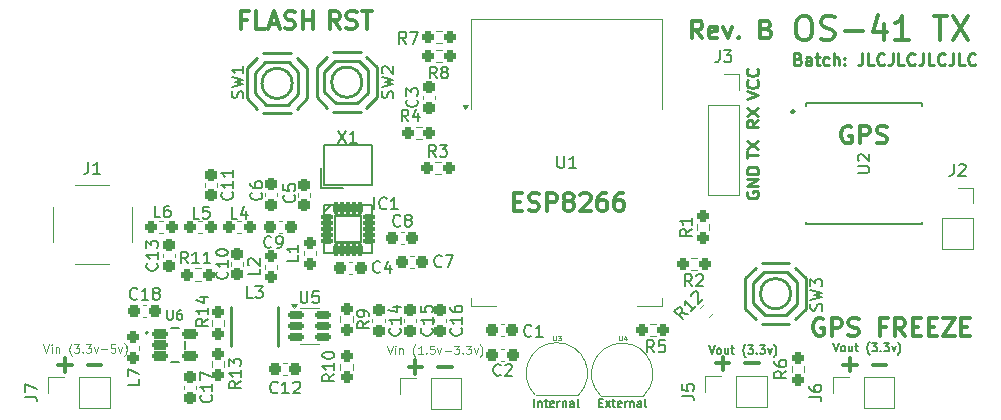
<source format=gbr>
%TF.GenerationSoftware,KiCad,Pcbnew,8.0.5-1.fc40*%
%TF.CreationDate,2024-11-16T16:52:44-05:00*%
%TF.ProjectId,OS-41,4f532d34-312e-46b6-9963-61645f706362,rev?*%
%TF.SameCoordinates,Original*%
%TF.FileFunction,Legend,Top*%
%TF.FilePolarity,Positive*%
%FSLAX46Y46*%
G04 Gerber Fmt 4.6, Leading zero omitted, Abs format (unit mm)*
G04 Created by KiCad (PCBNEW 8.0.5-1.fc40) date 2024-11-16 16:52:44*
%MOMM*%
%LPD*%
G01*
G04 APERTURE LIST*
G04 Aperture macros list*
%AMRoundRect*
0 Rectangle with rounded corners*
0 $1 Rounding radius*
0 $2 $3 $4 $5 $6 $7 $8 $9 X,Y pos of 4 corners*
0 Add a 4 corners polygon primitive as box body*
4,1,4,$2,$3,$4,$5,$6,$7,$8,$9,$2,$3,0*
0 Add four circle primitives for the rounded corners*
1,1,$1+$1,$2,$3*
1,1,$1+$1,$4,$5*
1,1,$1+$1,$6,$7*
1,1,$1+$1,$8,$9*
0 Add four rect primitives between the rounded corners*
20,1,$1+$1,$2,$3,$4,$5,0*
20,1,$1+$1,$4,$5,$6,$7,0*
20,1,$1+$1,$6,$7,$8,$9,0*
20,1,$1+$1,$8,$9,$2,$3,0*%
G04 Aperture macros list end*
%ADD10C,0.300000*%
%ADD11C,0.250000*%
%ADD12C,0.175000*%
%ADD13C,0.087500*%
%ADD14C,0.150000*%
%ADD15C,0.100000*%
%ADD16C,0.120000*%
%ADD17C,0.127000*%
%ADD18C,0.200000*%
%ADD19C,0.170000*%
%ADD20RoundRect,0.237500X-0.250000X-0.237500X0.250000X-0.237500X0.250000X0.237500X-0.250000X0.237500X0*%
%ADD21C,2.050000*%
%ADD22C,2.250000*%
%ADD23R,2.500000X1.000000*%
%ADD24R,1.000000X1.800000*%
%ADD25R,1.700000X1.700000*%
%ADD26O,1.700000X1.700000*%
%ADD27R,1.000000X1.700000*%
%ADD28O,1.770000X0.700000*%
%ADD29RoundRect,0.237500X0.300000X0.237500X-0.300000X0.237500X-0.300000X-0.237500X0.300000X-0.237500X0*%
%ADD30RoundRect,0.237500X-0.008839X-0.344715X0.344715X0.008839X0.008839X0.344715X-0.344715X-0.008839X0*%
%ADD31RoundRect,0.237500X-0.300000X-0.237500X0.300000X-0.237500X0.300000X0.237500X-0.300000X0.237500X0*%
%ADD32C,2.100000*%
%ADD33RoundRect,0.237500X0.237500X-0.300000X0.237500X0.300000X-0.237500X0.300000X-0.237500X-0.300000X0*%
%ADD34RoundRect,0.198500X-0.508500X-0.198500X0.508500X-0.198500X0.508500X0.198500X-0.508500X0.198500X0*%
%ADD35R,1.050000X1.500000*%
%ADD36O,1.050000X1.500000*%
%ADD37RoundRect,0.237500X0.237500X-0.287500X0.237500X0.287500X-0.237500X0.287500X-0.237500X-0.287500X0*%
%ADD38RoundRect,0.237500X-0.237500X0.250000X-0.237500X-0.250000X0.237500X-0.250000X0.237500X0.250000X0*%
%ADD39RoundRect,0.237500X-0.237500X0.300000X-0.237500X-0.300000X0.237500X-0.300000X0.237500X0.300000X0*%
%ADD40RoundRect,0.237500X0.250000X0.237500X-0.250000X0.237500X-0.250000X-0.237500X0.250000X-0.237500X0*%
%ADD41RoundRect,0.102000X-0.380000X-0.140000X0.380000X-0.140000X0.380000X0.140000X-0.380000X0.140000X0*%
%ADD42RoundRect,0.102000X-0.140000X-0.380000X0.140000X-0.380000X0.140000X0.380000X-0.140000X0.380000X0*%
%ADD43RoundRect,0.102000X-1.125000X-1.150000X1.125000X-1.150000X1.125000X1.150000X-1.125000X1.150000X0*%
%ADD44RoundRect,0.237500X0.237500X-0.250000X0.237500X0.250000X-0.237500X0.250000X-0.237500X-0.250000X0*%
%ADD45RoundRect,0.237500X0.287500X0.237500X-0.287500X0.237500X-0.287500X-0.237500X0.287500X-0.237500X0*%
%ADD46R,3.500000X1.750000*%
%ADD47R,1.400000X1.200000*%
%ADD48RoundRect,0.150000X-0.512500X-0.150000X0.512500X-0.150000X0.512500X0.150000X-0.512500X0.150000X0*%
G04 APERTURE END LIST*
D10*
X172554510Y-119229400D02*
X173697368Y-119229400D01*
X170054510Y-119229400D02*
X171197368Y-119229400D01*
X170625939Y-119800828D02*
X170625939Y-118657971D01*
X158111653Y-91600828D02*
X157611653Y-90886542D01*
X157254510Y-91600828D02*
X157254510Y-90100828D01*
X157254510Y-90100828D02*
X157825939Y-90100828D01*
X157825939Y-90100828D02*
X157968796Y-90172257D01*
X157968796Y-90172257D02*
X158040225Y-90243685D01*
X158040225Y-90243685D02*
X158111653Y-90386542D01*
X158111653Y-90386542D02*
X158111653Y-90600828D01*
X158111653Y-90600828D02*
X158040225Y-90743685D01*
X158040225Y-90743685D02*
X157968796Y-90815114D01*
X157968796Y-90815114D02*
X157825939Y-90886542D01*
X157825939Y-90886542D02*
X157254510Y-90886542D01*
X159325939Y-91529400D02*
X159183082Y-91600828D01*
X159183082Y-91600828D02*
X158897368Y-91600828D01*
X158897368Y-91600828D02*
X158754510Y-91529400D01*
X158754510Y-91529400D02*
X158683082Y-91386542D01*
X158683082Y-91386542D02*
X158683082Y-90815114D01*
X158683082Y-90815114D02*
X158754510Y-90672257D01*
X158754510Y-90672257D02*
X158897368Y-90600828D01*
X158897368Y-90600828D02*
X159183082Y-90600828D01*
X159183082Y-90600828D02*
X159325939Y-90672257D01*
X159325939Y-90672257D02*
X159397368Y-90815114D01*
X159397368Y-90815114D02*
X159397368Y-90957971D01*
X159397368Y-90957971D02*
X158683082Y-91100828D01*
X159897367Y-90600828D02*
X160254510Y-91600828D01*
X160254510Y-91600828D02*
X160611653Y-90600828D01*
X161183081Y-91457971D02*
X161254510Y-91529400D01*
X161254510Y-91529400D02*
X161183081Y-91600828D01*
X161183081Y-91600828D02*
X161111653Y-91529400D01*
X161111653Y-91529400D02*
X161183081Y-91457971D01*
X161183081Y-91457971D02*
X161183081Y-91600828D01*
X163540224Y-90815114D02*
X163754510Y-90886542D01*
X163754510Y-90886542D02*
X163825939Y-90957971D01*
X163825939Y-90957971D02*
X163897367Y-91100828D01*
X163897367Y-91100828D02*
X163897367Y-91315114D01*
X163897367Y-91315114D02*
X163825939Y-91457971D01*
X163825939Y-91457971D02*
X163754510Y-91529400D01*
X163754510Y-91529400D02*
X163611653Y-91600828D01*
X163611653Y-91600828D02*
X163040224Y-91600828D01*
X163040224Y-91600828D02*
X163040224Y-90100828D01*
X163040224Y-90100828D02*
X163540224Y-90100828D01*
X163540224Y-90100828D02*
X163683082Y-90172257D01*
X163683082Y-90172257D02*
X163754510Y-90243685D01*
X163754510Y-90243685D02*
X163825939Y-90386542D01*
X163825939Y-90386542D02*
X163825939Y-90529400D01*
X163825939Y-90529400D02*
X163754510Y-90672257D01*
X163754510Y-90672257D02*
X163683082Y-90743685D01*
X163683082Y-90743685D02*
X163540224Y-90815114D01*
X163540224Y-90815114D02*
X163040224Y-90815114D01*
D11*
X162864619Y-98526003D02*
X162388428Y-98859336D01*
X162864619Y-99097431D02*
X161864619Y-99097431D01*
X161864619Y-99097431D02*
X161864619Y-98716479D01*
X161864619Y-98716479D02*
X161912238Y-98621241D01*
X161912238Y-98621241D02*
X161959857Y-98573622D01*
X161959857Y-98573622D02*
X162055095Y-98526003D01*
X162055095Y-98526003D02*
X162197952Y-98526003D01*
X162197952Y-98526003D02*
X162293190Y-98573622D01*
X162293190Y-98573622D02*
X162340809Y-98621241D01*
X162340809Y-98621241D02*
X162388428Y-98716479D01*
X162388428Y-98716479D02*
X162388428Y-99097431D01*
X161864619Y-98192669D02*
X162864619Y-97526003D01*
X161864619Y-97526003D02*
X162864619Y-98192669D01*
D12*
X143881797Y-122805233D02*
X143881797Y-122105233D01*
X144215130Y-122338566D02*
X144215130Y-122805233D01*
X144215130Y-122405233D02*
X144248464Y-122371900D01*
X144248464Y-122371900D02*
X144315130Y-122338566D01*
X144315130Y-122338566D02*
X144415130Y-122338566D01*
X144415130Y-122338566D02*
X144481797Y-122371900D01*
X144481797Y-122371900D02*
X144515130Y-122438566D01*
X144515130Y-122438566D02*
X144515130Y-122805233D01*
X144748463Y-122338566D02*
X145015130Y-122338566D01*
X144848463Y-122105233D02*
X144848463Y-122705233D01*
X144848463Y-122705233D02*
X144881797Y-122771900D01*
X144881797Y-122771900D02*
X144948463Y-122805233D01*
X144948463Y-122805233D02*
X145015130Y-122805233D01*
X145515130Y-122771900D02*
X145448463Y-122805233D01*
X145448463Y-122805233D02*
X145315130Y-122805233D01*
X145315130Y-122805233D02*
X145248463Y-122771900D01*
X145248463Y-122771900D02*
X145215130Y-122705233D01*
X145215130Y-122705233D02*
X145215130Y-122438566D01*
X145215130Y-122438566D02*
X145248463Y-122371900D01*
X145248463Y-122371900D02*
X145315130Y-122338566D01*
X145315130Y-122338566D02*
X145448463Y-122338566D01*
X145448463Y-122338566D02*
X145515130Y-122371900D01*
X145515130Y-122371900D02*
X145548463Y-122438566D01*
X145548463Y-122438566D02*
X145548463Y-122505233D01*
X145548463Y-122505233D02*
X145215130Y-122571900D01*
X145848463Y-122805233D02*
X145848463Y-122338566D01*
X145848463Y-122471900D02*
X145881797Y-122405233D01*
X145881797Y-122405233D02*
X145915130Y-122371900D01*
X145915130Y-122371900D02*
X145981797Y-122338566D01*
X145981797Y-122338566D02*
X146048463Y-122338566D01*
X146281796Y-122338566D02*
X146281796Y-122805233D01*
X146281796Y-122405233D02*
X146315130Y-122371900D01*
X146315130Y-122371900D02*
X146381796Y-122338566D01*
X146381796Y-122338566D02*
X146481796Y-122338566D01*
X146481796Y-122338566D02*
X146548463Y-122371900D01*
X146548463Y-122371900D02*
X146581796Y-122438566D01*
X146581796Y-122438566D02*
X146581796Y-122805233D01*
X147215129Y-122805233D02*
X147215129Y-122438566D01*
X147215129Y-122438566D02*
X147181796Y-122371900D01*
X147181796Y-122371900D02*
X147115129Y-122338566D01*
X147115129Y-122338566D02*
X146981796Y-122338566D01*
X146981796Y-122338566D02*
X146915129Y-122371900D01*
X147215129Y-122771900D02*
X147148463Y-122805233D01*
X147148463Y-122805233D02*
X146981796Y-122805233D01*
X146981796Y-122805233D02*
X146915129Y-122771900D01*
X146915129Y-122771900D02*
X146881796Y-122705233D01*
X146881796Y-122705233D02*
X146881796Y-122638566D01*
X146881796Y-122638566D02*
X146915129Y-122571900D01*
X146915129Y-122571900D02*
X146981796Y-122538566D01*
X146981796Y-122538566D02*
X147148463Y-122538566D01*
X147148463Y-122538566D02*
X147215129Y-122505233D01*
X147648462Y-122805233D02*
X147581796Y-122771900D01*
X147581796Y-122771900D02*
X147548462Y-122705233D01*
X147548462Y-122705233D02*
X147548462Y-122105233D01*
D13*
X131424231Y-117609783D02*
X131657565Y-118309783D01*
X131657565Y-118309783D02*
X131890898Y-117609783D01*
X132124231Y-118309783D02*
X132124231Y-117843116D01*
X132124231Y-117609783D02*
X132090898Y-117643116D01*
X132090898Y-117643116D02*
X132124231Y-117676450D01*
X132124231Y-117676450D02*
X132157565Y-117643116D01*
X132157565Y-117643116D02*
X132124231Y-117609783D01*
X132124231Y-117609783D02*
X132124231Y-117676450D01*
X132457564Y-117843116D02*
X132457564Y-118309783D01*
X132457564Y-117909783D02*
X132490898Y-117876450D01*
X132490898Y-117876450D02*
X132557564Y-117843116D01*
X132557564Y-117843116D02*
X132657564Y-117843116D01*
X132657564Y-117843116D02*
X132724231Y-117876450D01*
X132724231Y-117876450D02*
X132757564Y-117943116D01*
X132757564Y-117943116D02*
X132757564Y-118309783D01*
X133824230Y-118576450D02*
X133790897Y-118543116D01*
X133790897Y-118543116D02*
X133724230Y-118443116D01*
X133724230Y-118443116D02*
X133690897Y-118376450D01*
X133690897Y-118376450D02*
X133657564Y-118276450D01*
X133657564Y-118276450D02*
X133624230Y-118109783D01*
X133624230Y-118109783D02*
X133624230Y-117976450D01*
X133624230Y-117976450D02*
X133657564Y-117809783D01*
X133657564Y-117809783D02*
X133690897Y-117709783D01*
X133690897Y-117709783D02*
X133724230Y-117643116D01*
X133724230Y-117643116D02*
X133790897Y-117543116D01*
X133790897Y-117543116D02*
X133824230Y-117509783D01*
X134457564Y-118309783D02*
X134057564Y-118309783D01*
X134257564Y-118309783D02*
X134257564Y-117609783D01*
X134257564Y-117609783D02*
X134190897Y-117709783D01*
X134190897Y-117709783D02*
X134124231Y-117776450D01*
X134124231Y-117776450D02*
X134057564Y-117809783D01*
X134757564Y-118243116D02*
X134790898Y-118276450D01*
X134790898Y-118276450D02*
X134757564Y-118309783D01*
X134757564Y-118309783D02*
X134724231Y-118276450D01*
X134724231Y-118276450D02*
X134757564Y-118243116D01*
X134757564Y-118243116D02*
X134757564Y-118309783D01*
X135424231Y-117609783D02*
X135090897Y-117609783D01*
X135090897Y-117609783D02*
X135057564Y-117943116D01*
X135057564Y-117943116D02*
X135090897Y-117909783D01*
X135090897Y-117909783D02*
X135157564Y-117876450D01*
X135157564Y-117876450D02*
X135324231Y-117876450D01*
X135324231Y-117876450D02*
X135390897Y-117909783D01*
X135390897Y-117909783D02*
X135424231Y-117943116D01*
X135424231Y-117943116D02*
X135457564Y-118009783D01*
X135457564Y-118009783D02*
X135457564Y-118176450D01*
X135457564Y-118176450D02*
X135424231Y-118243116D01*
X135424231Y-118243116D02*
X135390897Y-118276450D01*
X135390897Y-118276450D02*
X135324231Y-118309783D01*
X135324231Y-118309783D02*
X135157564Y-118309783D01*
X135157564Y-118309783D02*
X135090897Y-118276450D01*
X135090897Y-118276450D02*
X135057564Y-118243116D01*
X135690898Y-117843116D02*
X135857564Y-118309783D01*
X135857564Y-118309783D02*
X136024231Y-117843116D01*
X136290897Y-118043116D02*
X136824231Y-118043116D01*
X137090898Y-117609783D02*
X137524231Y-117609783D01*
X137524231Y-117609783D02*
X137290898Y-117876450D01*
X137290898Y-117876450D02*
X137390898Y-117876450D01*
X137390898Y-117876450D02*
X137457564Y-117909783D01*
X137457564Y-117909783D02*
X137490898Y-117943116D01*
X137490898Y-117943116D02*
X137524231Y-118009783D01*
X137524231Y-118009783D02*
X137524231Y-118176450D01*
X137524231Y-118176450D02*
X137490898Y-118243116D01*
X137490898Y-118243116D02*
X137457564Y-118276450D01*
X137457564Y-118276450D02*
X137390898Y-118309783D01*
X137390898Y-118309783D02*
X137190898Y-118309783D01*
X137190898Y-118309783D02*
X137124231Y-118276450D01*
X137124231Y-118276450D02*
X137090898Y-118243116D01*
X137824231Y-118243116D02*
X137857565Y-118276450D01*
X137857565Y-118276450D02*
X137824231Y-118309783D01*
X137824231Y-118309783D02*
X137790898Y-118276450D01*
X137790898Y-118276450D02*
X137824231Y-118243116D01*
X137824231Y-118243116D02*
X137824231Y-118309783D01*
X138090898Y-117609783D02*
X138524231Y-117609783D01*
X138524231Y-117609783D02*
X138290898Y-117876450D01*
X138290898Y-117876450D02*
X138390898Y-117876450D01*
X138390898Y-117876450D02*
X138457564Y-117909783D01*
X138457564Y-117909783D02*
X138490898Y-117943116D01*
X138490898Y-117943116D02*
X138524231Y-118009783D01*
X138524231Y-118009783D02*
X138524231Y-118176450D01*
X138524231Y-118176450D02*
X138490898Y-118243116D01*
X138490898Y-118243116D02*
X138457564Y-118276450D01*
X138457564Y-118276450D02*
X138390898Y-118309783D01*
X138390898Y-118309783D02*
X138190898Y-118309783D01*
X138190898Y-118309783D02*
X138124231Y-118276450D01*
X138124231Y-118276450D02*
X138090898Y-118243116D01*
X138757565Y-117843116D02*
X138924231Y-118309783D01*
X138924231Y-118309783D02*
X139090898Y-117843116D01*
X139290898Y-118576450D02*
X139324231Y-118543116D01*
X139324231Y-118543116D02*
X139390898Y-118443116D01*
X139390898Y-118443116D02*
X139424231Y-118376450D01*
X139424231Y-118376450D02*
X139457564Y-118276450D01*
X139457564Y-118276450D02*
X139490898Y-118109783D01*
X139490898Y-118109783D02*
X139490898Y-117976450D01*
X139490898Y-117976450D02*
X139457564Y-117809783D01*
X139457564Y-117809783D02*
X139424231Y-117709783D01*
X139424231Y-117709783D02*
X139390898Y-117643116D01*
X139390898Y-117643116D02*
X139324231Y-117543116D01*
X139324231Y-117543116D02*
X139290898Y-117509783D01*
D10*
X119554510Y-90015114D02*
X119054510Y-90015114D01*
X119054510Y-90800828D02*
X119054510Y-89300828D01*
X119054510Y-89300828D02*
X119768796Y-89300828D01*
X121054510Y-90800828D02*
X120340224Y-90800828D01*
X120340224Y-90800828D02*
X120340224Y-89300828D01*
X121483082Y-90372257D02*
X122197368Y-90372257D01*
X121340225Y-90800828D02*
X121840225Y-89300828D01*
X121840225Y-89300828D02*
X122340225Y-90800828D01*
X122768796Y-90729400D02*
X122983082Y-90800828D01*
X122983082Y-90800828D02*
X123340224Y-90800828D01*
X123340224Y-90800828D02*
X123483082Y-90729400D01*
X123483082Y-90729400D02*
X123554510Y-90657971D01*
X123554510Y-90657971D02*
X123625939Y-90515114D01*
X123625939Y-90515114D02*
X123625939Y-90372257D01*
X123625939Y-90372257D02*
X123554510Y-90229400D01*
X123554510Y-90229400D02*
X123483082Y-90157971D01*
X123483082Y-90157971D02*
X123340224Y-90086542D01*
X123340224Y-90086542D02*
X123054510Y-90015114D01*
X123054510Y-90015114D02*
X122911653Y-89943685D01*
X122911653Y-89943685D02*
X122840224Y-89872257D01*
X122840224Y-89872257D02*
X122768796Y-89729400D01*
X122768796Y-89729400D02*
X122768796Y-89586542D01*
X122768796Y-89586542D02*
X122840224Y-89443685D01*
X122840224Y-89443685D02*
X122911653Y-89372257D01*
X122911653Y-89372257D02*
X123054510Y-89300828D01*
X123054510Y-89300828D02*
X123411653Y-89300828D01*
X123411653Y-89300828D02*
X123625939Y-89372257D01*
X124268795Y-90800828D02*
X124268795Y-89300828D01*
X124268795Y-90015114D02*
X125125938Y-90015114D01*
X125125938Y-90800828D02*
X125125938Y-89300828D01*
D12*
X169181797Y-117405233D02*
X169415131Y-118105233D01*
X169415131Y-118105233D02*
X169648464Y-117405233D01*
X169981797Y-118105233D02*
X169915131Y-118071900D01*
X169915131Y-118071900D02*
X169881797Y-118038566D01*
X169881797Y-118038566D02*
X169848464Y-117971900D01*
X169848464Y-117971900D02*
X169848464Y-117771900D01*
X169848464Y-117771900D02*
X169881797Y-117705233D01*
X169881797Y-117705233D02*
X169915131Y-117671900D01*
X169915131Y-117671900D02*
X169981797Y-117638566D01*
X169981797Y-117638566D02*
X170081797Y-117638566D01*
X170081797Y-117638566D02*
X170148464Y-117671900D01*
X170148464Y-117671900D02*
X170181797Y-117705233D01*
X170181797Y-117705233D02*
X170215131Y-117771900D01*
X170215131Y-117771900D02*
X170215131Y-117971900D01*
X170215131Y-117971900D02*
X170181797Y-118038566D01*
X170181797Y-118038566D02*
X170148464Y-118071900D01*
X170148464Y-118071900D02*
X170081797Y-118105233D01*
X170081797Y-118105233D02*
X169981797Y-118105233D01*
X170815130Y-117638566D02*
X170815130Y-118105233D01*
X170515130Y-117638566D02*
X170515130Y-118005233D01*
X170515130Y-118005233D02*
X170548464Y-118071900D01*
X170548464Y-118071900D02*
X170615130Y-118105233D01*
X170615130Y-118105233D02*
X170715130Y-118105233D01*
X170715130Y-118105233D02*
X170781797Y-118071900D01*
X170781797Y-118071900D02*
X170815130Y-118038566D01*
X171048463Y-117638566D02*
X171315130Y-117638566D01*
X171148463Y-117405233D02*
X171148463Y-118005233D01*
X171148463Y-118005233D02*
X171181797Y-118071900D01*
X171181797Y-118071900D02*
X171248463Y-118105233D01*
X171248463Y-118105233D02*
X171315130Y-118105233D01*
X172281796Y-118371900D02*
X172248463Y-118338566D01*
X172248463Y-118338566D02*
X172181796Y-118238566D01*
X172181796Y-118238566D02*
X172148463Y-118171900D01*
X172148463Y-118171900D02*
X172115130Y-118071900D01*
X172115130Y-118071900D02*
X172081796Y-117905233D01*
X172081796Y-117905233D02*
X172081796Y-117771900D01*
X172081796Y-117771900D02*
X172115130Y-117605233D01*
X172115130Y-117605233D02*
X172148463Y-117505233D01*
X172148463Y-117505233D02*
X172181796Y-117438566D01*
X172181796Y-117438566D02*
X172248463Y-117338566D01*
X172248463Y-117338566D02*
X172281796Y-117305233D01*
X172481797Y-117405233D02*
X172915130Y-117405233D01*
X172915130Y-117405233D02*
X172681797Y-117671900D01*
X172681797Y-117671900D02*
X172781797Y-117671900D01*
X172781797Y-117671900D02*
X172848463Y-117705233D01*
X172848463Y-117705233D02*
X172881797Y-117738566D01*
X172881797Y-117738566D02*
X172915130Y-117805233D01*
X172915130Y-117805233D02*
X172915130Y-117971900D01*
X172915130Y-117971900D02*
X172881797Y-118038566D01*
X172881797Y-118038566D02*
X172848463Y-118071900D01*
X172848463Y-118071900D02*
X172781797Y-118105233D01*
X172781797Y-118105233D02*
X172581797Y-118105233D01*
X172581797Y-118105233D02*
X172515130Y-118071900D01*
X172515130Y-118071900D02*
X172481797Y-118038566D01*
X173215130Y-118038566D02*
X173248464Y-118071900D01*
X173248464Y-118071900D02*
X173215130Y-118105233D01*
X173215130Y-118105233D02*
X173181797Y-118071900D01*
X173181797Y-118071900D02*
X173215130Y-118038566D01*
X173215130Y-118038566D02*
X173215130Y-118105233D01*
X173481797Y-117405233D02*
X173915130Y-117405233D01*
X173915130Y-117405233D02*
X173681797Y-117671900D01*
X173681797Y-117671900D02*
X173781797Y-117671900D01*
X173781797Y-117671900D02*
X173848463Y-117705233D01*
X173848463Y-117705233D02*
X173881797Y-117738566D01*
X173881797Y-117738566D02*
X173915130Y-117805233D01*
X173915130Y-117805233D02*
X173915130Y-117971900D01*
X173915130Y-117971900D02*
X173881797Y-118038566D01*
X173881797Y-118038566D02*
X173848463Y-118071900D01*
X173848463Y-118071900D02*
X173781797Y-118105233D01*
X173781797Y-118105233D02*
X173581797Y-118105233D01*
X173581797Y-118105233D02*
X173515130Y-118071900D01*
X173515130Y-118071900D02*
X173481797Y-118038566D01*
X174148464Y-117638566D02*
X174315130Y-118105233D01*
X174315130Y-118105233D02*
X174481797Y-117638566D01*
X174681797Y-118371900D02*
X174715130Y-118338566D01*
X174715130Y-118338566D02*
X174781797Y-118238566D01*
X174781797Y-118238566D02*
X174815130Y-118171900D01*
X174815130Y-118171900D02*
X174848463Y-118071900D01*
X174848463Y-118071900D02*
X174881797Y-117905233D01*
X174881797Y-117905233D02*
X174881797Y-117771900D01*
X174881797Y-117771900D02*
X174848463Y-117605233D01*
X174848463Y-117605233D02*
X174815130Y-117505233D01*
X174815130Y-117505233D02*
X174781797Y-117438566D01*
X174781797Y-117438566D02*
X174715130Y-117338566D01*
X174715130Y-117338566D02*
X174681797Y-117305233D01*
D11*
X161864619Y-96740288D02*
X162864619Y-96406955D01*
X162864619Y-96406955D02*
X161864619Y-96073622D01*
X162769380Y-95168860D02*
X162817000Y-95216479D01*
X162817000Y-95216479D02*
X162864619Y-95359336D01*
X162864619Y-95359336D02*
X162864619Y-95454574D01*
X162864619Y-95454574D02*
X162817000Y-95597431D01*
X162817000Y-95597431D02*
X162721761Y-95692669D01*
X162721761Y-95692669D02*
X162626523Y-95740288D01*
X162626523Y-95740288D02*
X162436047Y-95787907D01*
X162436047Y-95787907D02*
X162293190Y-95787907D01*
X162293190Y-95787907D02*
X162102714Y-95740288D01*
X162102714Y-95740288D02*
X162007476Y-95692669D01*
X162007476Y-95692669D02*
X161912238Y-95597431D01*
X161912238Y-95597431D02*
X161864619Y-95454574D01*
X161864619Y-95454574D02*
X161864619Y-95359336D01*
X161864619Y-95359336D02*
X161912238Y-95216479D01*
X161912238Y-95216479D02*
X161959857Y-95168860D01*
X162769380Y-94168860D02*
X162817000Y-94216479D01*
X162817000Y-94216479D02*
X162864619Y-94359336D01*
X162864619Y-94359336D02*
X162864619Y-94454574D01*
X162864619Y-94454574D02*
X162817000Y-94597431D01*
X162817000Y-94597431D02*
X162721761Y-94692669D01*
X162721761Y-94692669D02*
X162626523Y-94740288D01*
X162626523Y-94740288D02*
X162436047Y-94787907D01*
X162436047Y-94787907D02*
X162293190Y-94787907D01*
X162293190Y-94787907D02*
X162102714Y-94740288D01*
X162102714Y-94740288D02*
X162007476Y-94692669D01*
X162007476Y-94692669D02*
X161912238Y-94597431D01*
X161912238Y-94597431D02*
X161864619Y-94454574D01*
X161864619Y-94454574D02*
X161864619Y-94359336D01*
X161864619Y-94359336D02*
X161912238Y-94216479D01*
X161912238Y-94216479D02*
X161959857Y-94168860D01*
D10*
X159254510Y-119129400D02*
X160397368Y-119129400D01*
X159825939Y-119700828D02*
X159825939Y-118557971D01*
X127411653Y-90800828D02*
X126911653Y-90086542D01*
X126554510Y-90800828D02*
X126554510Y-89300828D01*
X126554510Y-89300828D02*
X127125939Y-89300828D01*
X127125939Y-89300828D02*
X127268796Y-89372257D01*
X127268796Y-89372257D02*
X127340225Y-89443685D01*
X127340225Y-89443685D02*
X127411653Y-89586542D01*
X127411653Y-89586542D02*
X127411653Y-89800828D01*
X127411653Y-89800828D02*
X127340225Y-89943685D01*
X127340225Y-89943685D02*
X127268796Y-90015114D01*
X127268796Y-90015114D02*
X127125939Y-90086542D01*
X127125939Y-90086542D02*
X126554510Y-90086542D01*
X127983082Y-90729400D02*
X128197368Y-90800828D01*
X128197368Y-90800828D02*
X128554510Y-90800828D01*
X128554510Y-90800828D02*
X128697368Y-90729400D01*
X128697368Y-90729400D02*
X128768796Y-90657971D01*
X128768796Y-90657971D02*
X128840225Y-90515114D01*
X128840225Y-90515114D02*
X128840225Y-90372257D01*
X128840225Y-90372257D02*
X128768796Y-90229400D01*
X128768796Y-90229400D02*
X128697368Y-90157971D01*
X128697368Y-90157971D02*
X128554510Y-90086542D01*
X128554510Y-90086542D02*
X128268796Y-90015114D01*
X128268796Y-90015114D02*
X128125939Y-89943685D01*
X128125939Y-89943685D02*
X128054510Y-89872257D01*
X128054510Y-89872257D02*
X127983082Y-89729400D01*
X127983082Y-89729400D02*
X127983082Y-89586542D01*
X127983082Y-89586542D02*
X128054510Y-89443685D01*
X128054510Y-89443685D02*
X128125939Y-89372257D01*
X128125939Y-89372257D02*
X128268796Y-89300828D01*
X128268796Y-89300828D02*
X128625939Y-89300828D01*
X128625939Y-89300828D02*
X128840225Y-89372257D01*
X129268796Y-89300828D02*
X130125939Y-89300828D01*
X129697367Y-90800828D02*
X129697367Y-89300828D01*
X161754510Y-119129400D02*
X162897368Y-119129400D01*
X170740225Y-99072257D02*
X170597368Y-99000828D01*
X170597368Y-99000828D02*
X170383082Y-99000828D01*
X170383082Y-99000828D02*
X170168796Y-99072257D01*
X170168796Y-99072257D02*
X170025939Y-99215114D01*
X170025939Y-99215114D02*
X169954510Y-99357971D01*
X169954510Y-99357971D02*
X169883082Y-99643685D01*
X169883082Y-99643685D02*
X169883082Y-99857971D01*
X169883082Y-99857971D02*
X169954510Y-100143685D01*
X169954510Y-100143685D02*
X170025939Y-100286542D01*
X170025939Y-100286542D02*
X170168796Y-100429400D01*
X170168796Y-100429400D02*
X170383082Y-100500828D01*
X170383082Y-100500828D02*
X170525939Y-100500828D01*
X170525939Y-100500828D02*
X170740225Y-100429400D01*
X170740225Y-100429400D02*
X170811653Y-100357971D01*
X170811653Y-100357971D02*
X170811653Y-99857971D01*
X170811653Y-99857971D02*
X170525939Y-99857971D01*
X171454510Y-100500828D02*
X171454510Y-99000828D01*
X171454510Y-99000828D02*
X172025939Y-99000828D01*
X172025939Y-99000828D02*
X172168796Y-99072257D01*
X172168796Y-99072257D02*
X172240225Y-99143685D01*
X172240225Y-99143685D02*
X172311653Y-99286542D01*
X172311653Y-99286542D02*
X172311653Y-99500828D01*
X172311653Y-99500828D02*
X172240225Y-99643685D01*
X172240225Y-99643685D02*
X172168796Y-99715114D01*
X172168796Y-99715114D02*
X172025939Y-99786542D01*
X172025939Y-99786542D02*
X171454510Y-99786542D01*
X172883082Y-100429400D02*
X173097368Y-100500828D01*
X173097368Y-100500828D02*
X173454510Y-100500828D01*
X173454510Y-100500828D02*
X173597368Y-100429400D01*
X173597368Y-100429400D02*
X173668796Y-100357971D01*
X173668796Y-100357971D02*
X173740225Y-100215114D01*
X173740225Y-100215114D02*
X173740225Y-100072257D01*
X173740225Y-100072257D02*
X173668796Y-99929400D01*
X173668796Y-99929400D02*
X173597368Y-99857971D01*
X173597368Y-99857971D02*
X173454510Y-99786542D01*
X173454510Y-99786542D02*
X173168796Y-99715114D01*
X173168796Y-99715114D02*
X173025939Y-99643685D01*
X173025939Y-99643685D02*
X172954510Y-99572257D01*
X172954510Y-99572257D02*
X172883082Y-99429400D01*
X172883082Y-99429400D02*
X172883082Y-99286542D01*
X172883082Y-99286542D02*
X172954510Y-99143685D01*
X172954510Y-99143685D02*
X173025939Y-99072257D01*
X173025939Y-99072257D02*
X173168796Y-99000828D01*
X173168796Y-99000828D02*
X173525939Y-99000828D01*
X173525939Y-99000828D02*
X173740225Y-99072257D01*
D11*
X161864619Y-101740288D02*
X161864619Y-101168860D01*
X162864619Y-101454574D02*
X161864619Y-101454574D01*
X161864619Y-100930764D02*
X162864619Y-100264098D01*
X161864619Y-100264098D02*
X162864619Y-100930764D01*
D10*
X133254510Y-119429400D02*
X134397368Y-119429400D01*
X133825939Y-120000828D02*
X133825939Y-118857971D01*
D11*
X166235901Y-93340809D02*
X166378758Y-93388428D01*
X166378758Y-93388428D02*
X166426377Y-93436047D01*
X166426377Y-93436047D02*
X166473996Y-93531285D01*
X166473996Y-93531285D02*
X166473996Y-93674142D01*
X166473996Y-93674142D02*
X166426377Y-93769380D01*
X166426377Y-93769380D02*
X166378758Y-93817000D01*
X166378758Y-93817000D02*
X166283520Y-93864619D01*
X166283520Y-93864619D02*
X165902568Y-93864619D01*
X165902568Y-93864619D02*
X165902568Y-92864619D01*
X165902568Y-92864619D02*
X166235901Y-92864619D01*
X166235901Y-92864619D02*
X166331139Y-92912238D01*
X166331139Y-92912238D02*
X166378758Y-92959857D01*
X166378758Y-92959857D02*
X166426377Y-93055095D01*
X166426377Y-93055095D02*
X166426377Y-93150333D01*
X166426377Y-93150333D02*
X166378758Y-93245571D01*
X166378758Y-93245571D02*
X166331139Y-93293190D01*
X166331139Y-93293190D02*
X166235901Y-93340809D01*
X166235901Y-93340809D02*
X165902568Y-93340809D01*
X167331139Y-93864619D02*
X167331139Y-93340809D01*
X167331139Y-93340809D02*
X167283520Y-93245571D01*
X167283520Y-93245571D02*
X167188282Y-93197952D01*
X167188282Y-93197952D02*
X166997806Y-93197952D01*
X166997806Y-93197952D02*
X166902568Y-93245571D01*
X167331139Y-93817000D02*
X167235901Y-93864619D01*
X167235901Y-93864619D02*
X166997806Y-93864619D01*
X166997806Y-93864619D02*
X166902568Y-93817000D01*
X166902568Y-93817000D02*
X166854949Y-93721761D01*
X166854949Y-93721761D02*
X166854949Y-93626523D01*
X166854949Y-93626523D02*
X166902568Y-93531285D01*
X166902568Y-93531285D02*
X166997806Y-93483666D01*
X166997806Y-93483666D02*
X167235901Y-93483666D01*
X167235901Y-93483666D02*
X167331139Y-93436047D01*
X167664473Y-93197952D02*
X168045425Y-93197952D01*
X167807330Y-92864619D02*
X167807330Y-93721761D01*
X167807330Y-93721761D02*
X167854949Y-93817000D01*
X167854949Y-93817000D02*
X167950187Y-93864619D01*
X167950187Y-93864619D02*
X168045425Y-93864619D01*
X168807330Y-93817000D02*
X168712092Y-93864619D01*
X168712092Y-93864619D02*
X168521616Y-93864619D01*
X168521616Y-93864619D02*
X168426378Y-93817000D01*
X168426378Y-93817000D02*
X168378759Y-93769380D01*
X168378759Y-93769380D02*
X168331140Y-93674142D01*
X168331140Y-93674142D02*
X168331140Y-93388428D01*
X168331140Y-93388428D02*
X168378759Y-93293190D01*
X168378759Y-93293190D02*
X168426378Y-93245571D01*
X168426378Y-93245571D02*
X168521616Y-93197952D01*
X168521616Y-93197952D02*
X168712092Y-93197952D01*
X168712092Y-93197952D02*
X168807330Y-93245571D01*
X169235902Y-93864619D02*
X169235902Y-92864619D01*
X169664473Y-93864619D02*
X169664473Y-93340809D01*
X169664473Y-93340809D02*
X169616854Y-93245571D01*
X169616854Y-93245571D02*
X169521616Y-93197952D01*
X169521616Y-93197952D02*
X169378759Y-93197952D01*
X169378759Y-93197952D02*
X169283521Y-93245571D01*
X169283521Y-93245571D02*
X169235902Y-93293190D01*
X170140664Y-93769380D02*
X170188283Y-93817000D01*
X170188283Y-93817000D02*
X170140664Y-93864619D01*
X170140664Y-93864619D02*
X170093045Y-93817000D01*
X170093045Y-93817000D02*
X170140664Y-93769380D01*
X170140664Y-93769380D02*
X170140664Y-93864619D01*
X170140664Y-93245571D02*
X170188283Y-93293190D01*
X170188283Y-93293190D02*
X170140664Y-93340809D01*
X170140664Y-93340809D02*
X170093045Y-93293190D01*
X170093045Y-93293190D02*
X170140664Y-93245571D01*
X170140664Y-93245571D02*
X170140664Y-93340809D01*
X171664473Y-92864619D02*
X171664473Y-93578904D01*
X171664473Y-93578904D02*
X171616854Y-93721761D01*
X171616854Y-93721761D02*
X171521616Y-93817000D01*
X171521616Y-93817000D02*
X171378759Y-93864619D01*
X171378759Y-93864619D02*
X171283521Y-93864619D01*
X172616854Y-93864619D02*
X172140664Y-93864619D01*
X172140664Y-93864619D02*
X172140664Y-92864619D01*
X173521616Y-93769380D02*
X173473997Y-93817000D01*
X173473997Y-93817000D02*
X173331140Y-93864619D01*
X173331140Y-93864619D02*
X173235902Y-93864619D01*
X173235902Y-93864619D02*
X173093045Y-93817000D01*
X173093045Y-93817000D02*
X172997807Y-93721761D01*
X172997807Y-93721761D02*
X172950188Y-93626523D01*
X172950188Y-93626523D02*
X172902569Y-93436047D01*
X172902569Y-93436047D02*
X172902569Y-93293190D01*
X172902569Y-93293190D02*
X172950188Y-93102714D01*
X172950188Y-93102714D02*
X172997807Y-93007476D01*
X172997807Y-93007476D02*
X173093045Y-92912238D01*
X173093045Y-92912238D02*
X173235902Y-92864619D01*
X173235902Y-92864619D02*
X173331140Y-92864619D01*
X173331140Y-92864619D02*
X173473997Y-92912238D01*
X173473997Y-92912238D02*
X173521616Y-92959857D01*
X174235902Y-92864619D02*
X174235902Y-93578904D01*
X174235902Y-93578904D02*
X174188283Y-93721761D01*
X174188283Y-93721761D02*
X174093045Y-93817000D01*
X174093045Y-93817000D02*
X173950188Y-93864619D01*
X173950188Y-93864619D02*
X173854950Y-93864619D01*
X175188283Y-93864619D02*
X174712093Y-93864619D01*
X174712093Y-93864619D02*
X174712093Y-92864619D01*
X176093045Y-93769380D02*
X176045426Y-93817000D01*
X176045426Y-93817000D02*
X175902569Y-93864619D01*
X175902569Y-93864619D02*
X175807331Y-93864619D01*
X175807331Y-93864619D02*
X175664474Y-93817000D01*
X175664474Y-93817000D02*
X175569236Y-93721761D01*
X175569236Y-93721761D02*
X175521617Y-93626523D01*
X175521617Y-93626523D02*
X175473998Y-93436047D01*
X175473998Y-93436047D02*
X175473998Y-93293190D01*
X175473998Y-93293190D02*
X175521617Y-93102714D01*
X175521617Y-93102714D02*
X175569236Y-93007476D01*
X175569236Y-93007476D02*
X175664474Y-92912238D01*
X175664474Y-92912238D02*
X175807331Y-92864619D01*
X175807331Y-92864619D02*
X175902569Y-92864619D01*
X175902569Y-92864619D02*
X176045426Y-92912238D01*
X176045426Y-92912238D02*
X176093045Y-92959857D01*
X176807331Y-92864619D02*
X176807331Y-93578904D01*
X176807331Y-93578904D02*
X176759712Y-93721761D01*
X176759712Y-93721761D02*
X176664474Y-93817000D01*
X176664474Y-93817000D02*
X176521617Y-93864619D01*
X176521617Y-93864619D02*
X176426379Y-93864619D01*
X177759712Y-93864619D02*
X177283522Y-93864619D01*
X177283522Y-93864619D02*
X177283522Y-92864619D01*
X178664474Y-93769380D02*
X178616855Y-93817000D01*
X178616855Y-93817000D02*
X178473998Y-93864619D01*
X178473998Y-93864619D02*
X178378760Y-93864619D01*
X178378760Y-93864619D02*
X178235903Y-93817000D01*
X178235903Y-93817000D02*
X178140665Y-93721761D01*
X178140665Y-93721761D02*
X178093046Y-93626523D01*
X178093046Y-93626523D02*
X178045427Y-93436047D01*
X178045427Y-93436047D02*
X178045427Y-93293190D01*
X178045427Y-93293190D02*
X178093046Y-93102714D01*
X178093046Y-93102714D02*
X178140665Y-93007476D01*
X178140665Y-93007476D02*
X178235903Y-92912238D01*
X178235903Y-92912238D02*
X178378760Y-92864619D01*
X178378760Y-92864619D02*
X178473998Y-92864619D01*
X178473998Y-92864619D02*
X178616855Y-92912238D01*
X178616855Y-92912238D02*
X178664474Y-92959857D01*
X179378760Y-92864619D02*
X179378760Y-93578904D01*
X179378760Y-93578904D02*
X179331141Y-93721761D01*
X179331141Y-93721761D02*
X179235903Y-93817000D01*
X179235903Y-93817000D02*
X179093046Y-93864619D01*
X179093046Y-93864619D02*
X178997808Y-93864619D01*
X180331141Y-93864619D02*
X179854951Y-93864619D01*
X179854951Y-93864619D02*
X179854951Y-92864619D01*
X181235903Y-93769380D02*
X181188284Y-93817000D01*
X181188284Y-93817000D02*
X181045427Y-93864619D01*
X181045427Y-93864619D02*
X180950189Y-93864619D01*
X180950189Y-93864619D02*
X180807332Y-93817000D01*
X180807332Y-93817000D02*
X180712094Y-93721761D01*
X180712094Y-93721761D02*
X180664475Y-93626523D01*
X180664475Y-93626523D02*
X180616856Y-93436047D01*
X180616856Y-93436047D02*
X180616856Y-93293190D01*
X180616856Y-93293190D02*
X180664475Y-93102714D01*
X180664475Y-93102714D02*
X180712094Y-93007476D01*
X180712094Y-93007476D02*
X180807332Y-92912238D01*
X180807332Y-92912238D02*
X180950189Y-92864619D01*
X180950189Y-92864619D02*
X181045427Y-92864619D01*
X181045427Y-92864619D02*
X181188284Y-92912238D01*
X181188284Y-92912238D02*
X181235903Y-92959857D01*
D10*
X142154510Y-105415114D02*
X142654510Y-105415114D01*
X142868796Y-106200828D02*
X142154510Y-106200828D01*
X142154510Y-106200828D02*
X142154510Y-104700828D01*
X142154510Y-104700828D02*
X142868796Y-104700828D01*
X143440225Y-106129400D02*
X143654511Y-106200828D01*
X143654511Y-106200828D02*
X144011653Y-106200828D01*
X144011653Y-106200828D02*
X144154511Y-106129400D01*
X144154511Y-106129400D02*
X144225939Y-106057971D01*
X144225939Y-106057971D02*
X144297368Y-105915114D01*
X144297368Y-105915114D02*
X144297368Y-105772257D01*
X144297368Y-105772257D02*
X144225939Y-105629400D01*
X144225939Y-105629400D02*
X144154511Y-105557971D01*
X144154511Y-105557971D02*
X144011653Y-105486542D01*
X144011653Y-105486542D02*
X143725939Y-105415114D01*
X143725939Y-105415114D02*
X143583082Y-105343685D01*
X143583082Y-105343685D02*
X143511653Y-105272257D01*
X143511653Y-105272257D02*
X143440225Y-105129400D01*
X143440225Y-105129400D02*
X143440225Y-104986542D01*
X143440225Y-104986542D02*
X143511653Y-104843685D01*
X143511653Y-104843685D02*
X143583082Y-104772257D01*
X143583082Y-104772257D02*
X143725939Y-104700828D01*
X143725939Y-104700828D02*
X144083082Y-104700828D01*
X144083082Y-104700828D02*
X144297368Y-104772257D01*
X144940224Y-106200828D02*
X144940224Y-104700828D01*
X144940224Y-104700828D02*
X145511653Y-104700828D01*
X145511653Y-104700828D02*
X145654510Y-104772257D01*
X145654510Y-104772257D02*
X145725939Y-104843685D01*
X145725939Y-104843685D02*
X145797367Y-104986542D01*
X145797367Y-104986542D02*
X145797367Y-105200828D01*
X145797367Y-105200828D02*
X145725939Y-105343685D01*
X145725939Y-105343685D02*
X145654510Y-105415114D01*
X145654510Y-105415114D02*
X145511653Y-105486542D01*
X145511653Y-105486542D02*
X144940224Y-105486542D01*
X146654510Y-105343685D02*
X146511653Y-105272257D01*
X146511653Y-105272257D02*
X146440224Y-105200828D01*
X146440224Y-105200828D02*
X146368796Y-105057971D01*
X146368796Y-105057971D02*
X146368796Y-104986542D01*
X146368796Y-104986542D02*
X146440224Y-104843685D01*
X146440224Y-104843685D02*
X146511653Y-104772257D01*
X146511653Y-104772257D02*
X146654510Y-104700828D01*
X146654510Y-104700828D02*
X146940224Y-104700828D01*
X146940224Y-104700828D02*
X147083082Y-104772257D01*
X147083082Y-104772257D02*
X147154510Y-104843685D01*
X147154510Y-104843685D02*
X147225939Y-104986542D01*
X147225939Y-104986542D02*
X147225939Y-105057971D01*
X147225939Y-105057971D02*
X147154510Y-105200828D01*
X147154510Y-105200828D02*
X147083082Y-105272257D01*
X147083082Y-105272257D02*
X146940224Y-105343685D01*
X146940224Y-105343685D02*
X146654510Y-105343685D01*
X146654510Y-105343685D02*
X146511653Y-105415114D01*
X146511653Y-105415114D02*
X146440224Y-105486542D01*
X146440224Y-105486542D02*
X146368796Y-105629400D01*
X146368796Y-105629400D02*
X146368796Y-105915114D01*
X146368796Y-105915114D02*
X146440224Y-106057971D01*
X146440224Y-106057971D02*
X146511653Y-106129400D01*
X146511653Y-106129400D02*
X146654510Y-106200828D01*
X146654510Y-106200828D02*
X146940224Y-106200828D01*
X146940224Y-106200828D02*
X147083082Y-106129400D01*
X147083082Y-106129400D02*
X147154510Y-106057971D01*
X147154510Y-106057971D02*
X147225939Y-105915114D01*
X147225939Y-105915114D02*
X147225939Y-105629400D01*
X147225939Y-105629400D02*
X147154510Y-105486542D01*
X147154510Y-105486542D02*
X147083082Y-105415114D01*
X147083082Y-105415114D02*
X146940224Y-105343685D01*
X147797367Y-104843685D02*
X147868795Y-104772257D01*
X147868795Y-104772257D02*
X148011653Y-104700828D01*
X148011653Y-104700828D02*
X148368795Y-104700828D01*
X148368795Y-104700828D02*
X148511653Y-104772257D01*
X148511653Y-104772257D02*
X148583081Y-104843685D01*
X148583081Y-104843685D02*
X148654510Y-104986542D01*
X148654510Y-104986542D02*
X148654510Y-105129400D01*
X148654510Y-105129400D02*
X148583081Y-105343685D01*
X148583081Y-105343685D02*
X147725938Y-106200828D01*
X147725938Y-106200828D02*
X148654510Y-106200828D01*
X149940224Y-104700828D02*
X149654509Y-104700828D01*
X149654509Y-104700828D02*
X149511652Y-104772257D01*
X149511652Y-104772257D02*
X149440224Y-104843685D01*
X149440224Y-104843685D02*
X149297366Y-105057971D01*
X149297366Y-105057971D02*
X149225938Y-105343685D01*
X149225938Y-105343685D02*
X149225938Y-105915114D01*
X149225938Y-105915114D02*
X149297366Y-106057971D01*
X149297366Y-106057971D02*
X149368795Y-106129400D01*
X149368795Y-106129400D02*
X149511652Y-106200828D01*
X149511652Y-106200828D02*
X149797366Y-106200828D01*
X149797366Y-106200828D02*
X149940224Y-106129400D01*
X149940224Y-106129400D02*
X150011652Y-106057971D01*
X150011652Y-106057971D02*
X150083081Y-105915114D01*
X150083081Y-105915114D02*
X150083081Y-105557971D01*
X150083081Y-105557971D02*
X150011652Y-105415114D01*
X150011652Y-105415114D02*
X149940224Y-105343685D01*
X149940224Y-105343685D02*
X149797366Y-105272257D01*
X149797366Y-105272257D02*
X149511652Y-105272257D01*
X149511652Y-105272257D02*
X149368795Y-105343685D01*
X149368795Y-105343685D02*
X149297366Y-105415114D01*
X149297366Y-105415114D02*
X149225938Y-105557971D01*
X151368795Y-104700828D02*
X151083080Y-104700828D01*
X151083080Y-104700828D02*
X150940223Y-104772257D01*
X150940223Y-104772257D02*
X150868795Y-104843685D01*
X150868795Y-104843685D02*
X150725937Y-105057971D01*
X150725937Y-105057971D02*
X150654509Y-105343685D01*
X150654509Y-105343685D02*
X150654509Y-105915114D01*
X150654509Y-105915114D02*
X150725937Y-106057971D01*
X150725937Y-106057971D02*
X150797366Y-106129400D01*
X150797366Y-106129400D02*
X150940223Y-106200828D01*
X150940223Y-106200828D02*
X151225937Y-106200828D01*
X151225937Y-106200828D02*
X151368795Y-106129400D01*
X151368795Y-106129400D02*
X151440223Y-106057971D01*
X151440223Y-106057971D02*
X151511652Y-105915114D01*
X151511652Y-105915114D02*
X151511652Y-105557971D01*
X151511652Y-105557971D02*
X151440223Y-105415114D01*
X151440223Y-105415114D02*
X151368795Y-105343685D01*
X151368795Y-105343685D02*
X151225937Y-105272257D01*
X151225937Y-105272257D02*
X150940223Y-105272257D01*
X150940223Y-105272257D02*
X150797366Y-105343685D01*
X150797366Y-105343685D02*
X150725937Y-105415114D01*
X150725937Y-105415114D02*
X150654509Y-105557971D01*
X166554510Y-89739638D02*
X166935463Y-89739638D01*
X166935463Y-89739638D02*
X167125939Y-89834876D01*
X167125939Y-89834876D02*
X167316415Y-90025352D01*
X167316415Y-90025352D02*
X167411653Y-90406304D01*
X167411653Y-90406304D02*
X167411653Y-91072971D01*
X167411653Y-91072971D02*
X167316415Y-91453923D01*
X167316415Y-91453923D02*
X167125939Y-91644400D01*
X167125939Y-91644400D02*
X166935463Y-91739638D01*
X166935463Y-91739638D02*
X166554510Y-91739638D01*
X166554510Y-91739638D02*
X166364034Y-91644400D01*
X166364034Y-91644400D02*
X166173558Y-91453923D01*
X166173558Y-91453923D02*
X166078320Y-91072971D01*
X166078320Y-91072971D02*
X166078320Y-90406304D01*
X166078320Y-90406304D02*
X166173558Y-90025352D01*
X166173558Y-90025352D02*
X166364034Y-89834876D01*
X166364034Y-89834876D02*
X166554510Y-89739638D01*
X168173558Y-91644400D02*
X168459272Y-91739638D01*
X168459272Y-91739638D02*
X168935463Y-91739638D01*
X168935463Y-91739638D02*
X169125939Y-91644400D01*
X169125939Y-91644400D02*
X169221177Y-91549161D01*
X169221177Y-91549161D02*
X169316415Y-91358685D01*
X169316415Y-91358685D02*
X169316415Y-91168209D01*
X169316415Y-91168209D02*
X169221177Y-90977733D01*
X169221177Y-90977733D02*
X169125939Y-90882495D01*
X169125939Y-90882495D02*
X168935463Y-90787257D01*
X168935463Y-90787257D02*
X168554510Y-90692019D01*
X168554510Y-90692019D02*
X168364034Y-90596780D01*
X168364034Y-90596780D02*
X168268796Y-90501542D01*
X168268796Y-90501542D02*
X168173558Y-90311066D01*
X168173558Y-90311066D02*
X168173558Y-90120590D01*
X168173558Y-90120590D02*
X168268796Y-89930114D01*
X168268796Y-89930114D02*
X168364034Y-89834876D01*
X168364034Y-89834876D02*
X168554510Y-89739638D01*
X168554510Y-89739638D02*
X169030701Y-89739638D01*
X169030701Y-89739638D02*
X169316415Y-89834876D01*
X170173558Y-90977733D02*
X171697368Y-90977733D01*
X173506891Y-90406304D02*
X173506891Y-91739638D01*
X173030700Y-89644400D02*
X172554510Y-91072971D01*
X172554510Y-91072971D02*
X173792605Y-91072971D01*
X175602129Y-91739638D02*
X174459272Y-91739638D01*
X175030700Y-91739638D02*
X175030700Y-89739638D01*
X175030700Y-89739638D02*
X174840224Y-90025352D01*
X174840224Y-90025352D02*
X174649748Y-90215828D01*
X174649748Y-90215828D02*
X174459272Y-90311066D01*
X177697368Y-89739638D02*
X178840225Y-89739638D01*
X178268796Y-91739638D02*
X178268796Y-89739638D01*
X179316416Y-89739638D02*
X180649749Y-91739638D01*
X180649749Y-89739638D02*
X179316416Y-91739638D01*
X135754510Y-119429400D02*
X136897368Y-119429400D01*
X168340225Y-115372257D02*
X168197368Y-115300828D01*
X168197368Y-115300828D02*
X167983082Y-115300828D01*
X167983082Y-115300828D02*
X167768796Y-115372257D01*
X167768796Y-115372257D02*
X167625939Y-115515114D01*
X167625939Y-115515114D02*
X167554510Y-115657971D01*
X167554510Y-115657971D02*
X167483082Y-115943685D01*
X167483082Y-115943685D02*
X167483082Y-116157971D01*
X167483082Y-116157971D02*
X167554510Y-116443685D01*
X167554510Y-116443685D02*
X167625939Y-116586542D01*
X167625939Y-116586542D02*
X167768796Y-116729400D01*
X167768796Y-116729400D02*
X167983082Y-116800828D01*
X167983082Y-116800828D02*
X168125939Y-116800828D01*
X168125939Y-116800828D02*
X168340225Y-116729400D01*
X168340225Y-116729400D02*
X168411653Y-116657971D01*
X168411653Y-116657971D02*
X168411653Y-116157971D01*
X168411653Y-116157971D02*
X168125939Y-116157971D01*
X169054510Y-116800828D02*
X169054510Y-115300828D01*
X169054510Y-115300828D02*
X169625939Y-115300828D01*
X169625939Y-115300828D02*
X169768796Y-115372257D01*
X169768796Y-115372257D02*
X169840225Y-115443685D01*
X169840225Y-115443685D02*
X169911653Y-115586542D01*
X169911653Y-115586542D02*
X169911653Y-115800828D01*
X169911653Y-115800828D02*
X169840225Y-115943685D01*
X169840225Y-115943685D02*
X169768796Y-116015114D01*
X169768796Y-116015114D02*
X169625939Y-116086542D01*
X169625939Y-116086542D02*
X169054510Y-116086542D01*
X170483082Y-116729400D02*
X170697368Y-116800828D01*
X170697368Y-116800828D02*
X171054510Y-116800828D01*
X171054510Y-116800828D02*
X171197368Y-116729400D01*
X171197368Y-116729400D02*
X171268796Y-116657971D01*
X171268796Y-116657971D02*
X171340225Y-116515114D01*
X171340225Y-116515114D02*
X171340225Y-116372257D01*
X171340225Y-116372257D02*
X171268796Y-116229400D01*
X171268796Y-116229400D02*
X171197368Y-116157971D01*
X171197368Y-116157971D02*
X171054510Y-116086542D01*
X171054510Y-116086542D02*
X170768796Y-116015114D01*
X170768796Y-116015114D02*
X170625939Y-115943685D01*
X170625939Y-115943685D02*
X170554510Y-115872257D01*
X170554510Y-115872257D02*
X170483082Y-115729400D01*
X170483082Y-115729400D02*
X170483082Y-115586542D01*
X170483082Y-115586542D02*
X170554510Y-115443685D01*
X170554510Y-115443685D02*
X170625939Y-115372257D01*
X170625939Y-115372257D02*
X170768796Y-115300828D01*
X170768796Y-115300828D02*
X171125939Y-115300828D01*
X171125939Y-115300828D02*
X171340225Y-115372257D01*
X173625938Y-116015114D02*
X173125938Y-116015114D01*
X173125938Y-116800828D02*
X173125938Y-115300828D01*
X173125938Y-115300828D02*
X173840224Y-115300828D01*
X175268795Y-116800828D02*
X174768795Y-116086542D01*
X174411652Y-116800828D02*
X174411652Y-115300828D01*
X174411652Y-115300828D02*
X174983081Y-115300828D01*
X174983081Y-115300828D02*
X175125938Y-115372257D01*
X175125938Y-115372257D02*
X175197367Y-115443685D01*
X175197367Y-115443685D02*
X175268795Y-115586542D01*
X175268795Y-115586542D02*
X175268795Y-115800828D01*
X175268795Y-115800828D02*
X175197367Y-115943685D01*
X175197367Y-115943685D02*
X175125938Y-116015114D01*
X175125938Y-116015114D02*
X174983081Y-116086542D01*
X174983081Y-116086542D02*
X174411652Y-116086542D01*
X175911652Y-116015114D02*
X176411652Y-116015114D01*
X176625938Y-116800828D02*
X175911652Y-116800828D01*
X175911652Y-116800828D02*
X175911652Y-115300828D01*
X175911652Y-115300828D02*
X176625938Y-115300828D01*
X177268795Y-116015114D02*
X177768795Y-116015114D01*
X177983081Y-116800828D02*
X177268795Y-116800828D01*
X177268795Y-116800828D02*
X177268795Y-115300828D01*
X177268795Y-115300828D02*
X177983081Y-115300828D01*
X178483081Y-115300828D02*
X179483081Y-115300828D01*
X179483081Y-115300828D02*
X178483081Y-116800828D01*
X178483081Y-116800828D02*
X179483081Y-116800828D01*
X180054509Y-116015114D02*
X180554509Y-116015114D01*
X180768795Y-116800828D02*
X180054509Y-116800828D01*
X180054509Y-116800828D02*
X180054509Y-115300828D01*
X180054509Y-115300828D02*
X180768795Y-115300828D01*
D12*
X149381797Y-122438566D02*
X149615131Y-122438566D01*
X149715131Y-122805233D02*
X149381797Y-122805233D01*
X149381797Y-122805233D02*
X149381797Y-122105233D01*
X149381797Y-122105233D02*
X149715131Y-122105233D01*
X149948464Y-122805233D02*
X150315130Y-122338566D01*
X149948464Y-122338566D02*
X150315130Y-122805233D01*
X150481797Y-122338566D02*
X150748464Y-122338566D01*
X150581797Y-122105233D02*
X150581797Y-122705233D01*
X150581797Y-122705233D02*
X150615131Y-122771900D01*
X150615131Y-122771900D02*
X150681797Y-122805233D01*
X150681797Y-122805233D02*
X150748464Y-122805233D01*
X151248464Y-122771900D02*
X151181797Y-122805233D01*
X151181797Y-122805233D02*
X151048464Y-122805233D01*
X151048464Y-122805233D02*
X150981797Y-122771900D01*
X150981797Y-122771900D02*
X150948464Y-122705233D01*
X150948464Y-122705233D02*
X150948464Y-122438566D01*
X150948464Y-122438566D02*
X150981797Y-122371900D01*
X150981797Y-122371900D02*
X151048464Y-122338566D01*
X151048464Y-122338566D02*
X151181797Y-122338566D01*
X151181797Y-122338566D02*
X151248464Y-122371900D01*
X151248464Y-122371900D02*
X151281797Y-122438566D01*
X151281797Y-122438566D02*
X151281797Y-122505233D01*
X151281797Y-122505233D02*
X150948464Y-122571900D01*
X151581797Y-122805233D02*
X151581797Y-122338566D01*
X151581797Y-122471900D02*
X151615131Y-122405233D01*
X151615131Y-122405233D02*
X151648464Y-122371900D01*
X151648464Y-122371900D02*
X151715131Y-122338566D01*
X151715131Y-122338566D02*
X151781797Y-122338566D01*
X152015130Y-122338566D02*
X152015130Y-122805233D01*
X152015130Y-122405233D02*
X152048464Y-122371900D01*
X152048464Y-122371900D02*
X152115130Y-122338566D01*
X152115130Y-122338566D02*
X152215130Y-122338566D01*
X152215130Y-122338566D02*
X152281797Y-122371900D01*
X152281797Y-122371900D02*
X152315130Y-122438566D01*
X152315130Y-122438566D02*
X152315130Y-122805233D01*
X152948463Y-122805233D02*
X152948463Y-122438566D01*
X152948463Y-122438566D02*
X152915130Y-122371900D01*
X152915130Y-122371900D02*
X152848463Y-122338566D01*
X152848463Y-122338566D02*
X152715130Y-122338566D01*
X152715130Y-122338566D02*
X152648463Y-122371900D01*
X152948463Y-122771900D02*
X152881797Y-122805233D01*
X152881797Y-122805233D02*
X152715130Y-122805233D01*
X152715130Y-122805233D02*
X152648463Y-122771900D01*
X152648463Y-122771900D02*
X152615130Y-122705233D01*
X152615130Y-122705233D02*
X152615130Y-122638566D01*
X152615130Y-122638566D02*
X152648463Y-122571900D01*
X152648463Y-122571900D02*
X152715130Y-122538566D01*
X152715130Y-122538566D02*
X152881797Y-122538566D01*
X152881797Y-122538566D02*
X152948463Y-122505233D01*
X153381796Y-122805233D02*
X153315130Y-122771900D01*
X153315130Y-122771900D02*
X153281796Y-122705233D01*
X153281796Y-122705233D02*
X153281796Y-122105233D01*
D13*
X102324231Y-117509783D02*
X102557565Y-118209783D01*
X102557565Y-118209783D02*
X102790898Y-117509783D01*
X103024231Y-118209783D02*
X103024231Y-117743116D01*
X103024231Y-117509783D02*
X102990898Y-117543116D01*
X102990898Y-117543116D02*
X103024231Y-117576450D01*
X103024231Y-117576450D02*
X103057565Y-117543116D01*
X103057565Y-117543116D02*
X103024231Y-117509783D01*
X103024231Y-117509783D02*
X103024231Y-117576450D01*
X103357564Y-117743116D02*
X103357564Y-118209783D01*
X103357564Y-117809783D02*
X103390898Y-117776450D01*
X103390898Y-117776450D02*
X103457564Y-117743116D01*
X103457564Y-117743116D02*
X103557564Y-117743116D01*
X103557564Y-117743116D02*
X103624231Y-117776450D01*
X103624231Y-117776450D02*
X103657564Y-117843116D01*
X103657564Y-117843116D02*
X103657564Y-118209783D01*
X104724230Y-118476450D02*
X104690897Y-118443116D01*
X104690897Y-118443116D02*
X104624230Y-118343116D01*
X104624230Y-118343116D02*
X104590897Y-118276450D01*
X104590897Y-118276450D02*
X104557564Y-118176450D01*
X104557564Y-118176450D02*
X104524230Y-118009783D01*
X104524230Y-118009783D02*
X104524230Y-117876450D01*
X104524230Y-117876450D02*
X104557564Y-117709783D01*
X104557564Y-117709783D02*
X104590897Y-117609783D01*
X104590897Y-117609783D02*
X104624230Y-117543116D01*
X104624230Y-117543116D02*
X104690897Y-117443116D01*
X104690897Y-117443116D02*
X104724230Y-117409783D01*
X104924231Y-117509783D02*
X105357564Y-117509783D01*
X105357564Y-117509783D02*
X105124231Y-117776450D01*
X105124231Y-117776450D02*
X105224231Y-117776450D01*
X105224231Y-117776450D02*
X105290897Y-117809783D01*
X105290897Y-117809783D02*
X105324231Y-117843116D01*
X105324231Y-117843116D02*
X105357564Y-117909783D01*
X105357564Y-117909783D02*
X105357564Y-118076450D01*
X105357564Y-118076450D02*
X105324231Y-118143116D01*
X105324231Y-118143116D02*
X105290897Y-118176450D01*
X105290897Y-118176450D02*
X105224231Y-118209783D01*
X105224231Y-118209783D02*
X105024231Y-118209783D01*
X105024231Y-118209783D02*
X104957564Y-118176450D01*
X104957564Y-118176450D02*
X104924231Y-118143116D01*
X105657564Y-118143116D02*
X105690898Y-118176450D01*
X105690898Y-118176450D02*
X105657564Y-118209783D01*
X105657564Y-118209783D02*
X105624231Y-118176450D01*
X105624231Y-118176450D02*
X105657564Y-118143116D01*
X105657564Y-118143116D02*
X105657564Y-118209783D01*
X105924231Y-117509783D02*
X106357564Y-117509783D01*
X106357564Y-117509783D02*
X106124231Y-117776450D01*
X106124231Y-117776450D02*
X106224231Y-117776450D01*
X106224231Y-117776450D02*
X106290897Y-117809783D01*
X106290897Y-117809783D02*
X106324231Y-117843116D01*
X106324231Y-117843116D02*
X106357564Y-117909783D01*
X106357564Y-117909783D02*
X106357564Y-118076450D01*
X106357564Y-118076450D02*
X106324231Y-118143116D01*
X106324231Y-118143116D02*
X106290897Y-118176450D01*
X106290897Y-118176450D02*
X106224231Y-118209783D01*
X106224231Y-118209783D02*
X106024231Y-118209783D01*
X106024231Y-118209783D02*
X105957564Y-118176450D01*
X105957564Y-118176450D02*
X105924231Y-118143116D01*
X106590898Y-117743116D02*
X106757564Y-118209783D01*
X106757564Y-118209783D02*
X106924231Y-117743116D01*
X107190897Y-117943116D02*
X107724231Y-117943116D01*
X108390898Y-117509783D02*
X108057564Y-117509783D01*
X108057564Y-117509783D02*
X108024231Y-117843116D01*
X108024231Y-117843116D02*
X108057564Y-117809783D01*
X108057564Y-117809783D02*
X108124231Y-117776450D01*
X108124231Y-117776450D02*
X108290898Y-117776450D01*
X108290898Y-117776450D02*
X108357564Y-117809783D01*
X108357564Y-117809783D02*
X108390898Y-117843116D01*
X108390898Y-117843116D02*
X108424231Y-117909783D01*
X108424231Y-117909783D02*
X108424231Y-118076450D01*
X108424231Y-118076450D02*
X108390898Y-118143116D01*
X108390898Y-118143116D02*
X108357564Y-118176450D01*
X108357564Y-118176450D02*
X108290898Y-118209783D01*
X108290898Y-118209783D02*
X108124231Y-118209783D01*
X108124231Y-118209783D02*
X108057564Y-118176450D01*
X108057564Y-118176450D02*
X108024231Y-118143116D01*
X108657565Y-117743116D02*
X108824231Y-118209783D01*
X108824231Y-118209783D02*
X108990898Y-117743116D01*
X109190898Y-118476450D02*
X109224231Y-118443116D01*
X109224231Y-118443116D02*
X109290898Y-118343116D01*
X109290898Y-118343116D02*
X109324231Y-118276450D01*
X109324231Y-118276450D02*
X109357564Y-118176450D01*
X109357564Y-118176450D02*
X109390898Y-118009783D01*
X109390898Y-118009783D02*
X109390898Y-117876450D01*
X109390898Y-117876450D02*
X109357564Y-117709783D01*
X109357564Y-117709783D02*
X109324231Y-117609783D01*
X109324231Y-117609783D02*
X109290898Y-117543116D01*
X109290898Y-117543116D02*
X109224231Y-117443116D01*
X109224231Y-117443116D02*
X109190898Y-117409783D01*
D10*
X106064510Y-119254400D02*
X107207368Y-119254400D01*
X103564510Y-119254400D02*
X104707368Y-119254400D01*
X104135939Y-119825828D02*
X104135939Y-118682971D01*
D12*
X158681797Y-117605233D02*
X158915131Y-118305233D01*
X158915131Y-118305233D02*
X159148464Y-117605233D01*
X159481797Y-118305233D02*
X159415131Y-118271900D01*
X159415131Y-118271900D02*
X159381797Y-118238566D01*
X159381797Y-118238566D02*
X159348464Y-118171900D01*
X159348464Y-118171900D02*
X159348464Y-117971900D01*
X159348464Y-117971900D02*
X159381797Y-117905233D01*
X159381797Y-117905233D02*
X159415131Y-117871900D01*
X159415131Y-117871900D02*
X159481797Y-117838566D01*
X159481797Y-117838566D02*
X159581797Y-117838566D01*
X159581797Y-117838566D02*
X159648464Y-117871900D01*
X159648464Y-117871900D02*
X159681797Y-117905233D01*
X159681797Y-117905233D02*
X159715131Y-117971900D01*
X159715131Y-117971900D02*
X159715131Y-118171900D01*
X159715131Y-118171900D02*
X159681797Y-118238566D01*
X159681797Y-118238566D02*
X159648464Y-118271900D01*
X159648464Y-118271900D02*
X159581797Y-118305233D01*
X159581797Y-118305233D02*
X159481797Y-118305233D01*
X160315130Y-117838566D02*
X160315130Y-118305233D01*
X160015130Y-117838566D02*
X160015130Y-118205233D01*
X160015130Y-118205233D02*
X160048464Y-118271900D01*
X160048464Y-118271900D02*
X160115130Y-118305233D01*
X160115130Y-118305233D02*
X160215130Y-118305233D01*
X160215130Y-118305233D02*
X160281797Y-118271900D01*
X160281797Y-118271900D02*
X160315130Y-118238566D01*
X160548463Y-117838566D02*
X160815130Y-117838566D01*
X160648463Y-117605233D02*
X160648463Y-118205233D01*
X160648463Y-118205233D02*
X160681797Y-118271900D01*
X160681797Y-118271900D02*
X160748463Y-118305233D01*
X160748463Y-118305233D02*
X160815130Y-118305233D01*
X161781796Y-118571900D02*
X161748463Y-118538566D01*
X161748463Y-118538566D02*
X161681796Y-118438566D01*
X161681796Y-118438566D02*
X161648463Y-118371900D01*
X161648463Y-118371900D02*
X161615130Y-118271900D01*
X161615130Y-118271900D02*
X161581796Y-118105233D01*
X161581796Y-118105233D02*
X161581796Y-117971900D01*
X161581796Y-117971900D02*
X161615130Y-117805233D01*
X161615130Y-117805233D02*
X161648463Y-117705233D01*
X161648463Y-117705233D02*
X161681796Y-117638566D01*
X161681796Y-117638566D02*
X161748463Y-117538566D01*
X161748463Y-117538566D02*
X161781796Y-117505233D01*
X161981797Y-117605233D02*
X162415130Y-117605233D01*
X162415130Y-117605233D02*
X162181797Y-117871900D01*
X162181797Y-117871900D02*
X162281797Y-117871900D01*
X162281797Y-117871900D02*
X162348463Y-117905233D01*
X162348463Y-117905233D02*
X162381797Y-117938566D01*
X162381797Y-117938566D02*
X162415130Y-118005233D01*
X162415130Y-118005233D02*
X162415130Y-118171900D01*
X162415130Y-118171900D02*
X162381797Y-118238566D01*
X162381797Y-118238566D02*
X162348463Y-118271900D01*
X162348463Y-118271900D02*
X162281797Y-118305233D01*
X162281797Y-118305233D02*
X162081797Y-118305233D01*
X162081797Y-118305233D02*
X162015130Y-118271900D01*
X162015130Y-118271900D02*
X161981797Y-118238566D01*
X162715130Y-118238566D02*
X162748464Y-118271900D01*
X162748464Y-118271900D02*
X162715130Y-118305233D01*
X162715130Y-118305233D02*
X162681797Y-118271900D01*
X162681797Y-118271900D02*
X162715130Y-118238566D01*
X162715130Y-118238566D02*
X162715130Y-118305233D01*
X162981797Y-117605233D02*
X163415130Y-117605233D01*
X163415130Y-117605233D02*
X163181797Y-117871900D01*
X163181797Y-117871900D02*
X163281797Y-117871900D01*
X163281797Y-117871900D02*
X163348463Y-117905233D01*
X163348463Y-117905233D02*
X163381797Y-117938566D01*
X163381797Y-117938566D02*
X163415130Y-118005233D01*
X163415130Y-118005233D02*
X163415130Y-118171900D01*
X163415130Y-118171900D02*
X163381797Y-118238566D01*
X163381797Y-118238566D02*
X163348463Y-118271900D01*
X163348463Y-118271900D02*
X163281797Y-118305233D01*
X163281797Y-118305233D02*
X163081797Y-118305233D01*
X163081797Y-118305233D02*
X163015130Y-118271900D01*
X163015130Y-118271900D02*
X162981797Y-118238566D01*
X163648464Y-117838566D02*
X163815130Y-118305233D01*
X163815130Y-118305233D02*
X163981797Y-117838566D01*
X164181797Y-118571900D02*
X164215130Y-118538566D01*
X164215130Y-118538566D02*
X164281797Y-118438566D01*
X164281797Y-118438566D02*
X164315130Y-118371900D01*
X164315130Y-118371900D02*
X164348463Y-118271900D01*
X164348463Y-118271900D02*
X164381797Y-118105233D01*
X164381797Y-118105233D02*
X164381797Y-117971900D01*
X164381797Y-117971900D02*
X164348463Y-117805233D01*
X164348463Y-117805233D02*
X164315130Y-117705233D01*
X164315130Y-117705233D02*
X164281797Y-117638566D01*
X164281797Y-117638566D02*
X164215130Y-117538566D01*
X164215130Y-117538566D02*
X164181797Y-117505233D01*
D11*
X161912238Y-104573622D02*
X161864619Y-104668860D01*
X161864619Y-104668860D02*
X161864619Y-104811717D01*
X161864619Y-104811717D02*
X161912238Y-104954574D01*
X161912238Y-104954574D02*
X162007476Y-105049812D01*
X162007476Y-105049812D02*
X162102714Y-105097431D01*
X162102714Y-105097431D02*
X162293190Y-105145050D01*
X162293190Y-105145050D02*
X162436047Y-105145050D01*
X162436047Y-105145050D02*
X162626523Y-105097431D01*
X162626523Y-105097431D02*
X162721761Y-105049812D01*
X162721761Y-105049812D02*
X162817000Y-104954574D01*
X162817000Y-104954574D02*
X162864619Y-104811717D01*
X162864619Y-104811717D02*
X162864619Y-104716479D01*
X162864619Y-104716479D02*
X162817000Y-104573622D01*
X162817000Y-104573622D02*
X162769380Y-104526003D01*
X162769380Y-104526003D02*
X162436047Y-104526003D01*
X162436047Y-104526003D02*
X162436047Y-104716479D01*
X162864619Y-104097431D02*
X161864619Y-104097431D01*
X161864619Y-104097431D02*
X162864619Y-103526003D01*
X162864619Y-103526003D02*
X161864619Y-103526003D01*
X162864619Y-103049812D02*
X161864619Y-103049812D01*
X161864619Y-103049812D02*
X161864619Y-102811717D01*
X161864619Y-102811717D02*
X161912238Y-102668860D01*
X161912238Y-102668860D02*
X162007476Y-102573622D01*
X162007476Y-102573622D02*
X162102714Y-102526003D01*
X162102714Y-102526003D02*
X162293190Y-102478384D01*
X162293190Y-102478384D02*
X162436047Y-102478384D01*
X162436047Y-102478384D02*
X162626523Y-102526003D01*
X162626523Y-102526003D02*
X162721761Y-102573622D01*
X162721761Y-102573622D02*
X162817000Y-102668860D01*
X162817000Y-102668860D02*
X162864619Y-102811717D01*
X162864619Y-102811717D02*
X162864619Y-103049812D01*
D14*
X133033333Y-92054819D02*
X132700000Y-91578628D01*
X132461905Y-92054819D02*
X132461905Y-91054819D01*
X132461905Y-91054819D02*
X132842857Y-91054819D01*
X132842857Y-91054819D02*
X132938095Y-91102438D01*
X132938095Y-91102438D02*
X132985714Y-91150057D01*
X132985714Y-91150057D02*
X133033333Y-91245295D01*
X133033333Y-91245295D02*
X133033333Y-91388152D01*
X133033333Y-91388152D02*
X132985714Y-91483390D01*
X132985714Y-91483390D02*
X132938095Y-91531009D01*
X132938095Y-91531009D02*
X132842857Y-91578628D01*
X132842857Y-91578628D02*
X132461905Y-91578628D01*
X133366667Y-91054819D02*
X134033333Y-91054819D01*
X134033333Y-91054819D02*
X133604762Y-92054819D01*
X106126666Y-102064819D02*
X106126666Y-102779104D01*
X106126666Y-102779104D02*
X106079047Y-102921961D01*
X106079047Y-102921961D02*
X105983809Y-103017200D01*
X105983809Y-103017200D02*
X105840952Y-103064819D01*
X105840952Y-103064819D02*
X105745714Y-103064819D01*
X107126666Y-103064819D02*
X106555238Y-103064819D01*
X106840952Y-103064819D02*
X106840952Y-102064819D01*
X106840952Y-102064819D02*
X106745714Y-102207676D01*
X106745714Y-102207676D02*
X106650476Y-102302914D01*
X106650476Y-102302914D02*
X106555238Y-102350533D01*
X145850595Y-101567319D02*
X145850595Y-102376842D01*
X145850595Y-102376842D02*
X145898214Y-102472080D01*
X145898214Y-102472080D02*
X145945833Y-102519700D01*
X145945833Y-102519700D02*
X146041071Y-102567319D01*
X146041071Y-102567319D02*
X146231547Y-102567319D01*
X146231547Y-102567319D02*
X146326785Y-102519700D01*
X146326785Y-102519700D02*
X146374404Y-102472080D01*
X146374404Y-102472080D02*
X146422023Y-102376842D01*
X146422023Y-102376842D02*
X146422023Y-101567319D01*
X147422023Y-102567319D02*
X146850595Y-102567319D01*
X147136309Y-102567319D02*
X147136309Y-101567319D01*
X147136309Y-101567319D02*
X147041071Y-101710176D01*
X147041071Y-101710176D02*
X146945833Y-101805414D01*
X146945833Y-101805414D02*
X146850595Y-101853033D01*
X156397319Y-121845833D02*
X157111604Y-121845833D01*
X157111604Y-121845833D02*
X157254461Y-121893452D01*
X157254461Y-121893452D02*
X157349700Y-121988690D01*
X157349700Y-121988690D02*
X157397319Y-122131547D01*
X157397319Y-122131547D02*
X157397319Y-122226785D01*
X156397319Y-120893452D02*
X156397319Y-121369642D01*
X156397319Y-121369642D02*
X156873509Y-121417261D01*
X156873509Y-121417261D02*
X156825890Y-121369642D01*
X156825890Y-121369642D02*
X156778271Y-121274404D01*
X156778271Y-121274404D02*
X156778271Y-121036309D01*
X156778271Y-121036309D02*
X156825890Y-120941071D01*
X156825890Y-120941071D02*
X156873509Y-120893452D01*
X156873509Y-120893452D02*
X156968747Y-120845833D01*
X156968747Y-120845833D02*
X157206842Y-120845833D01*
X157206842Y-120845833D02*
X157302080Y-120893452D01*
X157302080Y-120893452D02*
X157349700Y-120941071D01*
X157349700Y-120941071D02*
X157397319Y-121036309D01*
X157397319Y-121036309D02*
X157397319Y-121274404D01*
X157397319Y-121274404D02*
X157349700Y-121369642D01*
X157349700Y-121369642D02*
X157302080Y-121417261D01*
X168219700Y-114645832D02*
X168267319Y-114502975D01*
X168267319Y-114502975D02*
X168267319Y-114264880D01*
X168267319Y-114264880D02*
X168219700Y-114169642D01*
X168219700Y-114169642D02*
X168172080Y-114122023D01*
X168172080Y-114122023D02*
X168076842Y-114074404D01*
X168076842Y-114074404D02*
X167981604Y-114074404D01*
X167981604Y-114074404D02*
X167886366Y-114122023D01*
X167886366Y-114122023D02*
X167838747Y-114169642D01*
X167838747Y-114169642D02*
X167791128Y-114264880D01*
X167791128Y-114264880D02*
X167743509Y-114455356D01*
X167743509Y-114455356D02*
X167695890Y-114550594D01*
X167695890Y-114550594D02*
X167648271Y-114598213D01*
X167648271Y-114598213D02*
X167553033Y-114645832D01*
X167553033Y-114645832D02*
X167457795Y-114645832D01*
X167457795Y-114645832D02*
X167362557Y-114598213D01*
X167362557Y-114598213D02*
X167314938Y-114550594D01*
X167314938Y-114550594D02*
X167267319Y-114455356D01*
X167267319Y-114455356D02*
X167267319Y-114217261D01*
X167267319Y-114217261D02*
X167314938Y-114074404D01*
X167267319Y-113741070D02*
X168267319Y-113502975D01*
X168267319Y-113502975D02*
X167553033Y-113312499D01*
X167553033Y-113312499D02*
X168267319Y-113122023D01*
X168267319Y-113122023D02*
X167267319Y-112883928D01*
X167267319Y-112598213D02*
X167267319Y-111979166D01*
X167267319Y-111979166D02*
X167648271Y-112312499D01*
X167648271Y-112312499D02*
X167648271Y-112169642D01*
X167648271Y-112169642D02*
X167695890Y-112074404D01*
X167695890Y-112074404D02*
X167743509Y-112026785D01*
X167743509Y-112026785D02*
X167838747Y-111979166D01*
X167838747Y-111979166D02*
X168076842Y-111979166D01*
X168076842Y-111979166D02*
X168172080Y-112026785D01*
X168172080Y-112026785D02*
X168219700Y-112074404D01*
X168219700Y-112074404D02*
X168267319Y-112169642D01*
X168267319Y-112169642D02*
X168267319Y-112455356D01*
X168267319Y-112455356D02*
X168219700Y-112550594D01*
X168219700Y-112550594D02*
X168172080Y-112598213D01*
X131919700Y-96645832D02*
X131967319Y-96502975D01*
X131967319Y-96502975D02*
X131967319Y-96264880D01*
X131967319Y-96264880D02*
X131919700Y-96169642D01*
X131919700Y-96169642D02*
X131872080Y-96122023D01*
X131872080Y-96122023D02*
X131776842Y-96074404D01*
X131776842Y-96074404D02*
X131681604Y-96074404D01*
X131681604Y-96074404D02*
X131586366Y-96122023D01*
X131586366Y-96122023D02*
X131538747Y-96169642D01*
X131538747Y-96169642D02*
X131491128Y-96264880D01*
X131491128Y-96264880D02*
X131443509Y-96455356D01*
X131443509Y-96455356D02*
X131395890Y-96550594D01*
X131395890Y-96550594D02*
X131348271Y-96598213D01*
X131348271Y-96598213D02*
X131253033Y-96645832D01*
X131253033Y-96645832D02*
X131157795Y-96645832D01*
X131157795Y-96645832D02*
X131062557Y-96598213D01*
X131062557Y-96598213D02*
X131014938Y-96550594D01*
X131014938Y-96550594D02*
X130967319Y-96455356D01*
X130967319Y-96455356D02*
X130967319Y-96217261D01*
X130967319Y-96217261D02*
X131014938Y-96074404D01*
X130967319Y-95741070D02*
X131967319Y-95502975D01*
X131967319Y-95502975D02*
X131253033Y-95312499D01*
X131253033Y-95312499D02*
X131967319Y-95122023D01*
X131967319Y-95122023D02*
X130967319Y-94883928D01*
X131062557Y-94550594D02*
X131014938Y-94502975D01*
X131014938Y-94502975D02*
X130967319Y-94407737D01*
X130967319Y-94407737D02*
X130967319Y-94169642D01*
X130967319Y-94169642D02*
X131014938Y-94074404D01*
X131014938Y-94074404D02*
X131062557Y-94026785D01*
X131062557Y-94026785D02*
X131157795Y-93979166D01*
X131157795Y-93979166D02*
X131253033Y-93979166D01*
X131253033Y-93979166D02*
X131395890Y-94026785D01*
X131395890Y-94026785D02*
X131967319Y-94598213D01*
X131967319Y-94598213D02*
X131967319Y-93979166D01*
X171257319Y-102974404D02*
X172066842Y-102974404D01*
X172066842Y-102974404D02*
X172162080Y-102926785D01*
X172162080Y-102926785D02*
X172209700Y-102879166D01*
X172209700Y-102879166D02*
X172257319Y-102783928D01*
X172257319Y-102783928D02*
X172257319Y-102593452D01*
X172257319Y-102593452D02*
X172209700Y-102498214D01*
X172209700Y-102498214D02*
X172162080Y-102450595D01*
X172162080Y-102450595D02*
X172066842Y-102402976D01*
X172066842Y-102402976D02*
X171257319Y-102402976D01*
X171352557Y-101974404D02*
X171304938Y-101926785D01*
X171304938Y-101926785D02*
X171257319Y-101831547D01*
X171257319Y-101831547D02*
X171257319Y-101593452D01*
X171257319Y-101593452D02*
X171304938Y-101498214D01*
X171304938Y-101498214D02*
X171352557Y-101450595D01*
X171352557Y-101450595D02*
X171447795Y-101402976D01*
X171447795Y-101402976D02*
X171543033Y-101402976D01*
X171543033Y-101402976D02*
X171685890Y-101450595D01*
X171685890Y-101450595D02*
X172257319Y-102022023D01*
X172257319Y-102022023D02*
X172257319Y-101402976D01*
X130845833Y-111372080D02*
X130798214Y-111419700D01*
X130798214Y-111419700D02*
X130655357Y-111467319D01*
X130655357Y-111467319D02*
X130560119Y-111467319D01*
X130560119Y-111467319D02*
X130417262Y-111419700D01*
X130417262Y-111419700D02*
X130322024Y-111324461D01*
X130322024Y-111324461D02*
X130274405Y-111229223D01*
X130274405Y-111229223D02*
X130226786Y-111038747D01*
X130226786Y-111038747D02*
X130226786Y-110895890D01*
X130226786Y-110895890D02*
X130274405Y-110705414D01*
X130274405Y-110705414D02*
X130322024Y-110610176D01*
X130322024Y-110610176D02*
X130417262Y-110514938D01*
X130417262Y-110514938D02*
X130560119Y-110467319D01*
X130560119Y-110467319D02*
X130655357Y-110467319D01*
X130655357Y-110467319D02*
X130798214Y-110514938D01*
X130798214Y-110514938D02*
X130845833Y-110562557D01*
X131702976Y-110800652D02*
X131702976Y-111467319D01*
X131464881Y-110419700D02*
X131226786Y-111133985D01*
X131226786Y-111133985D02*
X131845833Y-111133985D01*
X156867036Y-114976174D02*
X156294617Y-114875159D01*
X156462975Y-115380235D02*
X155755869Y-114673128D01*
X155755869Y-114673128D02*
X156025243Y-114403754D01*
X156025243Y-114403754D02*
X156126258Y-114370082D01*
X156126258Y-114370082D02*
X156193601Y-114370082D01*
X156193601Y-114370082D02*
X156294617Y-114403754D01*
X156294617Y-114403754D02*
X156395632Y-114504769D01*
X156395632Y-114504769D02*
X156429304Y-114605785D01*
X156429304Y-114605785D02*
X156429304Y-114673128D01*
X156429304Y-114673128D02*
X156395632Y-114774143D01*
X156395632Y-114774143D02*
X156126258Y-115043517D01*
X157540471Y-114302739D02*
X157136410Y-114706800D01*
X157338441Y-114504769D02*
X156631334Y-113797663D01*
X156631334Y-113797663D02*
X156665006Y-113966021D01*
X156665006Y-113966021D02*
X156665006Y-114100708D01*
X156665006Y-114100708D02*
X156631334Y-114201724D01*
X157170082Y-113393601D02*
X157170082Y-113326258D01*
X157170082Y-113326258D02*
X157203754Y-113225243D01*
X157203754Y-113225243D02*
X157372113Y-113056884D01*
X157372113Y-113056884D02*
X157473128Y-113023212D01*
X157473128Y-113023212D02*
X157540472Y-113023212D01*
X157540472Y-113023212D02*
X157641487Y-113056884D01*
X157641487Y-113056884D02*
X157708830Y-113124227D01*
X157708830Y-113124227D02*
X157776174Y-113258914D01*
X157776174Y-113258914D02*
X157776174Y-114067036D01*
X157776174Y-114067036D02*
X158213907Y-113629304D01*
X110257142Y-113629580D02*
X110209523Y-113677200D01*
X110209523Y-113677200D02*
X110066666Y-113724819D01*
X110066666Y-113724819D02*
X109971428Y-113724819D01*
X109971428Y-113724819D02*
X109828571Y-113677200D01*
X109828571Y-113677200D02*
X109733333Y-113581961D01*
X109733333Y-113581961D02*
X109685714Y-113486723D01*
X109685714Y-113486723D02*
X109638095Y-113296247D01*
X109638095Y-113296247D02*
X109638095Y-113153390D01*
X109638095Y-113153390D02*
X109685714Y-112962914D01*
X109685714Y-112962914D02*
X109733333Y-112867676D01*
X109733333Y-112867676D02*
X109828571Y-112772438D01*
X109828571Y-112772438D02*
X109971428Y-112724819D01*
X109971428Y-112724819D02*
X110066666Y-112724819D01*
X110066666Y-112724819D02*
X110209523Y-112772438D01*
X110209523Y-112772438D02*
X110257142Y-112820057D01*
X111209523Y-113724819D02*
X110638095Y-113724819D01*
X110923809Y-113724819D02*
X110923809Y-112724819D01*
X110923809Y-112724819D02*
X110828571Y-112867676D01*
X110828571Y-112867676D02*
X110733333Y-112962914D01*
X110733333Y-112962914D02*
X110638095Y-113010533D01*
X111780952Y-113153390D02*
X111685714Y-113105771D01*
X111685714Y-113105771D02*
X111638095Y-113058152D01*
X111638095Y-113058152D02*
X111590476Y-112962914D01*
X111590476Y-112962914D02*
X111590476Y-112915295D01*
X111590476Y-112915295D02*
X111638095Y-112820057D01*
X111638095Y-112820057D02*
X111685714Y-112772438D01*
X111685714Y-112772438D02*
X111780952Y-112724819D01*
X111780952Y-112724819D02*
X111971428Y-112724819D01*
X111971428Y-112724819D02*
X112066666Y-112772438D01*
X112066666Y-112772438D02*
X112114285Y-112820057D01*
X112114285Y-112820057D02*
X112161904Y-112915295D01*
X112161904Y-112915295D02*
X112161904Y-112962914D01*
X112161904Y-112962914D02*
X112114285Y-113058152D01*
X112114285Y-113058152D02*
X112066666Y-113105771D01*
X112066666Y-113105771D02*
X111971428Y-113153390D01*
X111971428Y-113153390D02*
X111780952Y-113153390D01*
X111780952Y-113153390D02*
X111685714Y-113201009D01*
X111685714Y-113201009D02*
X111638095Y-113248628D01*
X111638095Y-113248628D02*
X111590476Y-113343866D01*
X111590476Y-113343866D02*
X111590476Y-113534342D01*
X111590476Y-113534342D02*
X111638095Y-113629580D01*
X111638095Y-113629580D02*
X111685714Y-113677200D01*
X111685714Y-113677200D02*
X111780952Y-113724819D01*
X111780952Y-113724819D02*
X111971428Y-113724819D01*
X111971428Y-113724819D02*
X112066666Y-113677200D01*
X112066666Y-113677200D02*
X112114285Y-113629580D01*
X112114285Y-113629580D02*
X112161904Y-113534342D01*
X112161904Y-113534342D02*
X112161904Y-113343866D01*
X112161904Y-113343866D02*
X112114285Y-113248628D01*
X112114285Y-113248628D02*
X112066666Y-113201009D01*
X112066666Y-113201009D02*
X111971428Y-113153390D01*
X179404166Y-102247319D02*
X179404166Y-102961604D01*
X179404166Y-102961604D02*
X179356547Y-103104461D01*
X179356547Y-103104461D02*
X179261309Y-103199700D01*
X179261309Y-103199700D02*
X179118452Y-103247319D01*
X179118452Y-103247319D02*
X179023214Y-103247319D01*
X179832738Y-102342557D02*
X179880357Y-102294938D01*
X179880357Y-102294938D02*
X179975595Y-102247319D01*
X179975595Y-102247319D02*
X180213690Y-102247319D01*
X180213690Y-102247319D02*
X180308928Y-102294938D01*
X180308928Y-102294938D02*
X180356547Y-102342557D01*
X180356547Y-102342557D02*
X180404166Y-102437795D01*
X180404166Y-102437795D02*
X180404166Y-102533033D01*
X180404166Y-102533033D02*
X180356547Y-102675890D01*
X180356547Y-102675890D02*
X179785119Y-103247319D01*
X179785119Y-103247319D02*
X180404166Y-103247319D01*
X123559580Y-104866666D02*
X123607200Y-104914285D01*
X123607200Y-104914285D02*
X123654819Y-105057142D01*
X123654819Y-105057142D02*
X123654819Y-105152380D01*
X123654819Y-105152380D02*
X123607200Y-105295237D01*
X123607200Y-105295237D02*
X123511961Y-105390475D01*
X123511961Y-105390475D02*
X123416723Y-105438094D01*
X123416723Y-105438094D02*
X123226247Y-105485713D01*
X123226247Y-105485713D02*
X123083390Y-105485713D01*
X123083390Y-105485713D02*
X122892914Y-105438094D01*
X122892914Y-105438094D02*
X122797676Y-105390475D01*
X122797676Y-105390475D02*
X122702438Y-105295237D01*
X122702438Y-105295237D02*
X122654819Y-105152380D01*
X122654819Y-105152380D02*
X122654819Y-105057142D01*
X122654819Y-105057142D02*
X122702438Y-104914285D01*
X122702438Y-104914285D02*
X122750057Y-104866666D01*
X122654819Y-103961904D02*
X122654819Y-104438094D01*
X122654819Y-104438094D02*
X123131009Y-104485713D01*
X123131009Y-104485713D02*
X123083390Y-104438094D01*
X123083390Y-104438094D02*
X123035771Y-104342856D01*
X123035771Y-104342856D02*
X123035771Y-104104761D01*
X123035771Y-104104761D02*
X123083390Y-104009523D01*
X123083390Y-104009523D02*
X123131009Y-103961904D01*
X123131009Y-103961904D02*
X123226247Y-103914285D01*
X123226247Y-103914285D02*
X123464342Y-103914285D01*
X123464342Y-103914285D02*
X123559580Y-103961904D01*
X123559580Y-103961904D02*
X123607200Y-104009523D01*
X123607200Y-104009523D02*
X123654819Y-104104761D01*
X123654819Y-104104761D02*
X123654819Y-104342856D01*
X123654819Y-104342856D02*
X123607200Y-104438094D01*
X123607200Y-104438094D02*
X123559580Y-104485713D01*
X121633333Y-109259580D02*
X121585714Y-109307200D01*
X121585714Y-109307200D02*
X121442857Y-109354819D01*
X121442857Y-109354819D02*
X121347619Y-109354819D01*
X121347619Y-109354819D02*
X121204762Y-109307200D01*
X121204762Y-109307200D02*
X121109524Y-109211961D01*
X121109524Y-109211961D02*
X121061905Y-109116723D01*
X121061905Y-109116723D02*
X121014286Y-108926247D01*
X121014286Y-108926247D02*
X121014286Y-108783390D01*
X121014286Y-108783390D02*
X121061905Y-108592914D01*
X121061905Y-108592914D02*
X121109524Y-108497676D01*
X121109524Y-108497676D02*
X121204762Y-108402438D01*
X121204762Y-108402438D02*
X121347619Y-108354819D01*
X121347619Y-108354819D02*
X121442857Y-108354819D01*
X121442857Y-108354819D02*
X121585714Y-108402438D01*
X121585714Y-108402438D02*
X121633333Y-108450057D01*
X122109524Y-109354819D02*
X122300000Y-109354819D01*
X122300000Y-109354819D02*
X122395238Y-109307200D01*
X122395238Y-109307200D02*
X122442857Y-109259580D01*
X122442857Y-109259580D02*
X122538095Y-109116723D01*
X122538095Y-109116723D02*
X122585714Y-108926247D01*
X122585714Y-108926247D02*
X122585714Y-108545295D01*
X122585714Y-108545295D02*
X122538095Y-108450057D01*
X122538095Y-108450057D02*
X122490476Y-108402438D01*
X122490476Y-108402438D02*
X122395238Y-108354819D01*
X122395238Y-108354819D02*
X122204762Y-108354819D01*
X122204762Y-108354819D02*
X122109524Y-108402438D01*
X122109524Y-108402438D02*
X122061905Y-108450057D01*
X122061905Y-108450057D02*
X122014286Y-108545295D01*
X122014286Y-108545295D02*
X122014286Y-108783390D01*
X122014286Y-108783390D02*
X122061905Y-108878628D01*
X122061905Y-108878628D02*
X122109524Y-108926247D01*
X122109524Y-108926247D02*
X122204762Y-108973866D01*
X122204762Y-108973866D02*
X122395238Y-108973866D01*
X122395238Y-108973866D02*
X122490476Y-108926247D01*
X122490476Y-108926247D02*
X122538095Y-108878628D01*
X122538095Y-108878628D02*
X122585714Y-108783390D01*
X112815476Y-114634295D02*
X112815476Y-115281914D01*
X112815476Y-115281914D02*
X112853571Y-115358104D01*
X112853571Y-115358104D02*
X112891666Y-115396200D01*
X112891666Y-115396200D02*
X112967857Y-115434295D01*
X112967857Y-115434295D02*
X113120238Y-115434295D01*
X113120238Y-115434295D02*
X113196428Y-115396200D01*
X113196428Y-115396200D02*
X113234523Y-115358104D01*
X113234523Y-115358104D02*
X113272619Y-115281914D01*
X113272619Y-115281914D02*
X113272619Y-114634295D01*
X113996428Y-114634295D02*
X113844047Y-114634295D01*
X113844047Y-114634295D02*
X113767856Y-114672390D01*
X113767856Y-114672390D02*
X113729761Y-114710485D01*
X113729761Y-114710485D02*
X113653571Y-114824771D01*
X113653571Y-114824771D02*
X113615475Y-114977152D01*
X113615475Y-114977152D02*
X113615475Y-115281914D01*
X113615475Y-115281914D02*
X113653571Y-115358104D01*
X113653571Y-115358104D02*
X113691666Y-115396200D01*
X113691666Y-115396200D02*
X113767856Y-115434295D01*
X113767856Y-115434295D02*
X113920237Y-115434295D01*
X113920237Y-115434295D02*
X113996428Y-115396200D01*
X113996428Y-115396200D02*
X114034523Y-115358104D01*
X114034523Y-115358104D02*
X114072618Y-115281914D01*
X114072618Y-115281914D02*
X114072618Y-115091438D01*
X114072618Y-115091438D02*
X114034523Y-115015247D01*
X114034523Y-115015247D02*
X113996428Y-114977152D01*
X113996428Y-114977152D02*
X113920237Y-114939057D01*
X113920237Y-114939057D02*
X113767856Y-114939057D01*
X113767856Y-114939057D02*
X113691666Y-114977152D01*
X113691666Y-114977152D02*
X113653571Y-115015247D01*
X113653571Y-115015247D02*
X113615475Y-115091438D01*
D15*
X145495238Y-116779847D02*
X145495238Y-117103657D01*
X145495238Y-117103657D02*
X145514285Y-117141752D01*
X145514285Y-117141752D02*
X145533333Y-117160800D01*
X145533333Y-117160800D02*
X145571428Y-117179847D01*
X145571428Y-117179847D02*
X145647619Y-117179847D01*
X145647619Y-117179847D02*
X145685714Y-117160800D01*
X145685714Y-117160800D02*
X145704761Y-117141752D01*
X145704761Y-117141752D02*
X145723809Y-117103657D01*
X145723809Y-117103657D02*
X145723809Y-116779847D01*
X145876190Y-116779847D02*
X146123809Y-116779847D01*
X146123809Y-116779847D02*
X145990476Y-116932228D01*
X145990476Y-116932228D02*
X146047619Y-116932228D01*
X146047619Y-116932228D02*
X146085714Y-116951276D01*
X146085714Y-116951276D02*
X146104762Y-116970323D01*
X146104762Y-116970323D02*
X146123809Y-117008419D01*
X146123809Y-117008419D02*
X146123809Y-117103657D01*
X146123809Y-117103657D02*
X146104762Y-117141752D01*
X146104762Y-117141752D02*
X146085714Y-117160800D01*
X146085714Y-117160800D02*
X146047619Y-117179847D01*
X146047619Y-117179847D02*
X145933333Y-117179847D01*
X145933333Y-117179847D02*
X145895238Y-117160800D01*
X145895238Y-117160800D02*
X145876190Y-117141752D01*
D14*
X133942080Y-96779166D02*
X133989700Y-96826785D01*
X133989700Y-96826785D02*
X134037319Y-96969642D01*
X134037319Y-96969642D02*
X134037319Y-97064880D01*
X134037319Y-97064880D02*
X133989700Y-97207737D01*
X133989700Y-97207737D02*
X133894461Y-97302975D01*
X133894461Y-97302975D02*
X133799223Y-97350594D01*
X133799223Y-97350594D02*
X133608747Y-97398213D01*
X133608747Y-97398213D02*
X133465890Y-97398213D01*
X133465890Y-97398213D02*
X133275414Y-97350594D01*
X133275414Y-97350594D02*
X133180176Y-97302975D01*
X133180176Y-97302975D02*
X133084938Y-97207737D01*
X133084938Y-97207737D02*
X133037319Y-97064880D01*
X133037319Y-97064880D02*
X133037319Y-96969642D01*
X133037319Y-96969642D02*
X133084938Y-96826785D01*
X133084938Y-96826785D02*
X133132557Y-96779166D01*
X133037319Y-96445832D02*
X133037319Y-95826785D01*
X133037319Y-95826785D02*
X133418271Y-96160118D01*
X133418271Y-96160118D02*
X133418271Y-96017261D01*
X133418271Y-96017261D02*
X133465890Y-95922023D01*
X133465890Y-95922023D02*
X133513509Y-95874404D01*
X133513509Y-95874404D02*
X133608747Y-95826785D01*
X133608747Y-95826785D02*
X133846842Y-95826785D01*
X133846842Y-95826785D02*
X133942080Y-95874404D01*
X133942080Y-95874404D02*
X133989700Y-95922023D01*
X133989700Y-95922023D02*
X134037319Y-96017261D01*
X134037319Y-96017261D02*
X134037319Y-96302975D01*
X134037319Y-96302975D02*
X133989700Y-96398213D01*
X133989700Y-96398213D02*
X133942080Y-96445832D01*
X135545833Y-101624819D02*
X135212500Y-101148628D01*
X134974405Y-101624819D02*
X134974405Y-100624819D01*
X134974405Y-100624819D02*
X135355357Y-100624819D01*
X135355357Y-100624819D02*
X135450595Y-100672438D01*
X135450595Y-100672438D02*
X135498214Y-100720057D01*
X135498214Y-100720057D02*
X135545833Y-100815295D01*
X135545833Y-100815295D02*
X135545833Y-100958152D01*
X135545833Y-100958152D02*
X135498214Y-101053390D01*
X135498214Y-101053390D02*
X135450595Y-101101009D01*
X135450595Y-101101009D02*
X135355357Y-101148628D01*
X135355357Y-101148628D02*
X134974405Y-101148628D01*
X135879167Y-100624819D02*
X136498214Y-100624819D01*
X136498214Y-100624819D02*
X136164881Y-101005771D01*
X136164881Y-101005771D02*
X136307738Y-101005771D01*
X136307738Y-101005771D02*
X136402976Y-101053390D01*
X136402976Y-101053390D02*
X136450595Y-101101009D01*
X136450595Y-101101009D02*
X136498214Y-101196247D01*
X136498214Y-101196247D02*
X136498214Y-101434342D01*
X136498214Y-101434342D02*
X136450595Y-101529580D01*
X136450595Y-101529580D02*
X136402976Y-101577200D01*
X136402976Y-101577200D02*
X136307738Y-101624819D01*
X136307738Y-101624819D02*
X136022024Y-101624819D01*
X136022024Y-101624819D02*
X135926786Y-101577200D01*
X135926786Y-101577200D02*
X135879167Y-101529580D01*
X123924819Y-109966666D02*
X123924819Y-110442856D01*
X123924819Y-110442856D02*
X122924819Y-110442856D01*
X123924819Y-109109523D02*
X123924819Y-109680951D01*
X123924819Y-109395237D02*
X122924819Y-109395237D01*
X122924819Y-109395237D02*
X123067676Y-109490475D01*
X123067676Y-109490475D02*
X123162914Y-109585713D01*
X123162914Y-109585713D02*
X123210533Y-109680951D01*
X116254819Y-115342857D02*
X115778628Y-115676190D01*
X116254819Y-115914285D02*
X115254819Y-115914285D01*
X115254819Y-115914285D02*
X115254819Y-115533333D01*
X115254819Y-115533333D02*
X115302438Y-115438095D01*
X115302438Y-115438095D02*
X115350057Y-115390476D01*
X115350057Y-115390476D02*
X115445295Y-115342857D01*
X115445295Y-115342857D02*
X115588152Y-115342857D01*
X115588152Y-115342857D02*
X115683390Y-115390476D01*
X115683390Y-115390476D02*
X115731009Y-115438095D01*
X115731009Y-115438095D02*
X115778628Y-115533333D01*
X115778628Y-115533333D02*
X115778628Y-115914285D01*
X116254819Y-114390476D02*
X116254819Y-114961904D01*
X116254819Y-114676190D02*
X115254819Y-114676190D01*
X115254819Y-114676190D02*
X115397676Y-114771428D01*
X115397676Y-114771428D02*
X115492914Y-114866666D01*
X115492914Y-114866666D02*
X115540533Y-114961904D01*
X115588152Y-113533333D02*
X116254819Y-113533333D01*
X115207200Y-113771428D02*
X115921485Y-114009523D01*
X115921485Y-114009523D02*
X115921485Y-113390476D01*
X116529580Y-121805358D02*
X116577200Y-121852977D01*
X116577200Y-121852977D02*
X116624819Y-121995834D01*
X116624819Y-121995834D02*
X116624819Y-122091072D01*
X116624819Y-122091072D02*
X116577200Y-122233929D01*
X116577200Y-122233929D02*
X116481961Y-122329167D01*
X116481961Y-122329167D02*
X116386723Y-122376786D01*
X116386723Y-122376786D02*
X116196247Y-122424405D01*
X116196247Y-122424405D02*
X116053390Y-122424405D01*
X116053390Y-122424405D02*
X115862914Y-122376786D01*
X115862914Y-122376786D02*
X115767676Y-122329167D01*
X115767676Y-122329167D02*
X115672438Y-122233929D01*
X115672438Y-122233929D02*
X115624819Y-122091072D01*
X115624819Y-122091072D02*
X115624819Y-121995834D01*
X115624819Y-121995834D02*
X115672438Y-121852977D01*
X115672438Y-121852977D02*
X115720057Y-121805358D01*
X116624819Y-120852977D02*
X116624819Y-121424405D01*
X116624819Y-121138691D02*
X115624819Y-121138691D01*
X115624819Y-121138691D02*
X115767676Y-121233929D01*
X115767676Y-121233929D02*
X115862914Y-121329167D01*
X115862914Y-121329167D02*
X115910533Y-121424405D01*
X115624819Y-120519643D02*
X115624819Y-119852977D01*
X115624819Y-119852977D02*
X116624819Y-120281548D01*
X157233333Y-112584819D02*
X156900000Y-112108628D01*
X156661905Y-112584819D02*
X156661905Y-111584819D01*
X156661905Y-111584819D02*
X157042857Y-111584819D01*
X157042857Y-111584819D02*
X157138095Y-111632438D01*
X157138095Y-111632438D02*
X157185714Y-111680057D01*
X157185714Y-111680057D02*
X157233333Y-111775295D01*
X157233333Y-111775295D02*
X157233333Y-111918152D01*
X157233333Y-111918152D02*
X157185714Y-112013390D01*
X157185714Y-112013390D02*
X157138095Y-112061009D01*
X157138095Y-112061009D02*
X157042857Y-112108628D01*
X157042857Y-112108628D02*
X156661905Y-112108628D01*
X157614286Y-111680057D02*
X157661905Y-111632438D01*
X157661905Y-111632438D02*
X157757143Y-111584819D01*
X157757143Y-111584819D02*
X157995238Y-111584819D01*
X157995238Y-111584819D02*
X158090476Y-111632438D01*
X158090476Y-111632438D02*
X158138095Y-111680057D01*
X158138095Y-111680057D02*
X158185714Y-111775295D01*
X158185714Y-111775295D02*
X158185714Y-111870533D01*
X158185714Y-111870533D02*
X158138095Y-112013390D01*
X158138095Y-112013390D02*
X157566667Y-112584819D01*
X157566667Y-112584819D02*
X158185714Y-112584819D01*
X136045833Y-110872080D02*
X135998214Y-110919700D01*
X135998214Y-110919700D02*
X135855357Y-110967319D01*
X135855357Y-110967319D02*
X135760119Y-110967319D01*
X135760119Y-110967319D02*
X135617262Y-110919700D01*
X135617262Y-110919700D02*
X135522024Y-110824461D01*
X135522024Y-110824461D02*
X135474405Y-110729223D01*
X135474405Y-110729223D02*
X135426786Y-110538747D01*
X135426786Y-110538747D02*
X135426786Y-110395890D01*
X135426786Y-110395890D02*
X135474405Y-110205414D01*
X135474405Y-110205414D02*
X135522024Y-110110176D01*
X135522024Y-110110176D02*
X135617262Y-110014938D01*
X135617262Y-110014938D02*
X135760119Y-109967319D01*
X135760119Y-109967319D02*
X135855357Y-109967319D01*
X135855357Y-109967319D02*
X135998214Y-110014938D01*
X135998214Y-110014938D02*
X136045833Y-110062557D01*
X136379167Y-109967319D02*
X137045833Y-109967319D01*
X137045833Y-109967319D02*
X136617262Y-110967319D01*
X137689580Y-116142857D02*
X137737200Y-116190476D01*
X137737200Y-116190476D02*
X137784819Y-116333333D01*
X137784819Y-116333333D02*
X137784819Y-116428571D01*
X137784819Y-116428571D02*
X137737200Y-116571428D01*
X137737200Y-116571428D02*
X137641961Y-116666666D01*
X137641961Y-116666666D02*
X137546723Y-116714285D01*
X137546723Y-116714285D02*
X137356247Y-116761904D01*
X137356247Y-116761904D02*
X137213390Y-116761904D01*
X137213390Y-116761904D02*
X137022914Y-116714285D01*
X137022914Y-116714285D02*
X136927676Y-116666666D01*
X136927676Y-116666666D02*
X136832438Y-116571428D01*
X136832438Y-116571428D02*
X136784819Y-116428571D01*
X136784819Y-116428571D02*
X136784819Y-116333333D01*
X136784819Y-116333333D02*
X136832438Y-116190476D01*
X136832438Y-116190476D02*
X136880057Y-116142857D01*
X137784819Y-115190476D02*
X137784819Y-115761904D01*
X137784819Y-115476190D02*
X136784819Y-115476190D01*
X136784819Y-115476190D02*
X136927676Y-115571428D01*
X136927676Y-115571428D02*
X137022914Y-115666666D01*
X137022914Y-115666666D02*
X137070533Y-115761904D01*
X136784819Y-114333333D02*
X136784819Y-114523809D01*
X136784819Y-114523809D02*
X136832438Y-114619047D01*
X136832438Y-114619047D02*
X136880057Y-114666666D01*
X136880057Y-114666666D02*
X137022914Y-114761904D01*
X137022914Y-114761904D02*
X137213390Y-114809523D01*
X137213390Y-114809523D02*
X137594342Y-114809523D01*
X137594342Y-114809523D02*
X137689580Y-114761904D01*
X137689580Y-114761904D02*
X137737200Y-114714285D01*
X137737200Y-114714285D02*
X137784819Y-114619047D01*
X137784819Y-114619047D02*
X137784819Y-114428571D01*
X137784819Y-114428571D02*
X137737200Y-114333333D01*
X137737200Y-114333333D02*
X137689580Y-114285714D01*
X137689580Y-114285714D02*
X137594342Y-114238095D01*
X137594342Y-114238095D02*
X137356247Y-114238095D01*
X137356247Y-114238095D02*
X137261009Y-114285714D01*
X137261009Y-114285714D02*
X137213390Y-114333333D01*
X137213390Y-114333333D02*
X137165771Y-114428571D01*
X137165771Y-114428571D02*
X137165771Y-114619047D01*
X137165771Y-114619047D02*
X137213390Y-114714285D01*
X137213390Y-114714285D02*
X137261009Y-114761904D01*
X137261009Y-114761904D02*
X137356247Y-114809523D01*
X130335318Y-106067789D02*
X130335318Y-105066773D01*
X131384001Y-105972454D02*
X131336333Y-106020122D01*
X131336333Y-106020122D02*
X131193331Y-106067789D01*
X131193331Y-106067789D02*
X131097996Y-106067789D01*
X131097996Y-106067789D02*
X130954994Y-106020122D01*
X130954994Y-106020122D02*
X130859659Y-105924787D01*
X130859659Y-105924787D02*
X130811992Y-105829452D01*
X130811992Y-105829452D02*
X130764324Y-105638782D01*
X130764324Y-105638782D02*
X130764324Y-105495780D01*
X130764324Y-105495780D02*
X130811992Y-105305110D01*
X130811992Y-105305110D02*
X130859659Y-105209775D01*
X130859659Y-105209775D02*
X130954994Y-105114440D01*
X130954994Y-105114440D02*
X131097996Y-105066773D01*
X131097996Y-105066773D02*
X131193331Y-105066773D01*
X131193331Y-105066773D02*
X131336333Y-105114440D01*
X131336333Y-105114440D02*
X131384001Y-105162108D01*
X132337349Y-106067789D02*
X131765340Y-106067789D01*
X132051345Y-106067789D02*
X132051345Y-105066773D01*
X132051345Y-105066773D02*
X131956010Y-105209775D01*
X131956010Y-105209775D02*
X131860675Y-105305110D01*
X131860675Y-105305110D02*
X131765340Y-105352778D01*
X143633333Y-116759580D02*
X143585714Y-116807200D01*
X143585714Y-116807200D02*
X143442857Y-116854819D01*
X143442857Y-116854819D02*
X143347619Y-116854819D01*
X143347619Y-116854819D02*
X143204762Y-116807200D01*
X143204762Y-116807200D02*
X143109524Y-116711961D01*
X143109524Y-116711961D02*
X143061905Y-116616723D01*
X143061905Y-116616723D02*
X143014286Y-116426247D01*
X143014286Y-116426247D02*
X143014286Y-116283390D01*
X143014286Y-116283390D02*
X143061905Y-116092914D01*
X143061905Y-116092914D02*
X143109524Y-115997676D01*
X143109524Y-115997676D02*
X143204762Y-115902438D01*
X143204762Y-115902438D02*
X143347619Y-115854819D01*
X143347619Y-115854819D02*
X143442857Y-115854819D01*
X143442857Y-115854819D02*
X143585714Y-115902438D01*
X143585714Y-115902438D02*
X143633333Y-115950057D01*
X144585714Y-116854819D02*
X144014286Y-116854819D01*
X144300000Y-116854819D02*
X144300000Y-115854819D01*
X144300000Y-115854819D02*
X144204762Y-115997676D01*
X144204762Y-115997676D02*
X144109524Y-116092914D01*
X144109524Y-116092914D02*
X144014286Y-116140533D01*
X154028676Y-118169033D02*
X153695343Y-117692842D01*
X153457248Y-118169033D02*
X153457248Y-117169033D01*
X153457248Y-117169033D02*
X153838200Y-117169033D01*
X153838200Y-117169033D02*
X153933438Y-117216652D01*
X153933438Y-117216652D02*
X153981057Y-117264271D01*
X153981057Y-117264271D02*
X154028676Y-117359509D01*
X154028676Y-117359509D02*
X154028676Y-117502366D01*
X154028676Y-117502366D02*
X153981057Y-117597604D01*
X153981057Y-117597604D02*
X153933438Y-117645223D01*
X153933438Y-117645223D02*
X153838200Y-117692842D01*
X153838200Y-117692842D02*
X153457248Y-117692842D01*
X154933438Y-117169033D02*
X154457248Y-117169033D01*
X154457248Y-117169033D02*
X154409629Y-117645223D01*
X154409629Y-117645223D02*
X154457248Y-117597604D01*
X154457248Y-117597604D02*
X154552486Y-117549985D01*
X154552486Y-117549985D02*
X154790581Y-117549985D01*
X154790581Y-117549985D02*
X154885819Y-117597604D01*
X154885819Y-117597604D02*
X154933438Y-117645223D01*
X154933438Y-117645223D02*
X154981057Y-117740461D01*
X154981057Y-117740461D02*
X154981057Y-117978556D01*
X154981057Y-117978556D02*
X154933438Y-118073794D01*
X154933438Y-118073794D02*
X154885819Y-118121414D01*
X154885819Y-118121414D02*
X154790581Y-118169033D01*
X154790581Y-118169033D02*
X154552486Y-118169033D01*
X154552486Y-118169033D02*
X154457248Y-118121414D01*
X154457248Y-118121414D02*
X154409629Y-118073794D01*
X165224819Y-119779166D02*
X164748628Y-120112499D01*
X165224819Y-120350594D02*
X164224819Y-120350594D01*
X164224819Y-120350594D02*
X164224819Y-119969642D01*
X164224819Y-119969642D02*
X164272438Y-119874404D01*
X164272438Y-119874404D02*
X164320057Y-119826785D01*
X164320057Y-119826785D02*
X164415295Y-119779166D01*
X164415295Y-119779166D02*
X164558152Y-119779166D01*
X164558152Y-119779166D02*
X164653390Y-119826785D01*
X164653390Y-119826785D02*
X164701009Y-119874404D01*
X164701009Y-119874404D02*
X164748628Y-119969642D01*
X164748628Y-119969642D02*
X164748628Y-120350594D01*
X164224819Y-118922023D02*
X164224819Y-119112499D01*
X164224819Y-119112499D02*
X164272438Y-119207737D01*
X164272438Y-119207737D02*
X164320057Y-119255356D01*
X164320057Y-119255356D02*
X164462914Y-119350594D01*
X164462914Y-119350594D02*
X164653390Y-119398213D01*
X164653390Y-119398213D02*
X165034342Y-119398213D01*
X165034342Y-119398213D02*
X165129580Y-119350594D01*
X165129580Y-119350594D02*
X165177200Y-119302975D01*
X165177200Y-119302975D02*
X165224819Y-119207737D01*
X165224819Y-119207737D02*
X165224819Y-119017261D01*
X165224819Y-119017261D02*
X165177200Y-118922023D01*
X165177200Y-118922023D02*
X165129580Y-118874404D01*
X165129580Y-118874404D02*
X165034342Y-118826785D01*
X165034342Y-118826785D02*
X164796247Y-118826785D01*
X164796247Y-118826785D02*
X164701009Y-118874404D01*
X164701009Y-118874404D02*
X164653390Y-118922023D01*
X164653390Y-118922023D02*
X164605771Y-119017261D01*
X164605771Y-119017261D02*
X164605771Y-119207737D01*
X164605771Y-119207737D02*
X164653390Y-119302975D01*
X164653390Y-119302975D02*
X164701009Y-119350594D01*
X164701009Y-119350594D02*
X164796247Y-119398213D01*
X126954819Y-120042857D02*
X126478628Y-120376190D01*
X126954819Y-120614285D02*
X125954819Y-120614285D01*
X125954819Y-120614285D02*
X125954819Y-120233333D01*
X125954819Y-120233333D02*
X126002438Y-120138095D01*
X126002438Y-120138095D02*
X126050057Y-120090476D01*
X126050057Y-120090476D02*
X126145295Y-120042857D01*
X126145295Y-120042857D02*
X126288152Y-120042857D01*
X126288152Y-120042857D02*
X126383390Y-120090476D01*
X126383390Y-120090476D02*
X126431009Y-120138095D01*
X126431009Y-120138095D02*
X126478628Y-120233333D01*
X126478628Y-120233333D02*
X126478628Y-120614285D01*
X126954819Y-119090476D02*
X126954819Y-119661904D01*
X126954819Y-119376190D02*
X125954819Y-119376190D01*
X125954819Y-119376190D02*
X126097676Y-119471428D01*
X126097676Y-119471428D02*
X126192914Y-119566666D01*
X126192914Y-119566666D02*
X126240533Y-119661904D01*
X125954819Y-118471428D02*
X125954819Y-118376190D01*
X125954819Y-118376190D02*
X126002438Y-118280952D01*
X126002438Y-118280952D02*
X126050057Y-118233333D01*
X126050057Y-118233333D02*
X126145295Y-118185714D01*
X126145295Y-118185714D02*
X126335771Y-118138095D01*
X126335771Y-118138095D02*
X126573866Y-118138095D01*
X126573866Y-118138095D02*
X126764342Y-118185714D01*
X126764342Y-118185714D02*
X126859580Y-118233333D01*
X126859580Y-118233333D02*
X126907200Y-118280952D01*
X126907200Y-118280952D02*
X126954819Y-118376190D01*
X126954819Y-118376190D02*
X126954819Y-118471428D01*
X126954819Y-118471428D02*
X126907200Y-118566666D01*
X126907200Y-118566666D02*
X126859580Y-118614285D01*
X126859580Y-118614285D02*
X126764342Y-118661904D01*
X126764342Y-118661904D02*
X126573866Y-118709523D01*
X126573866Y-118709523D02*
X126335771Y-118709523D01*
X126335771Y-118709523D02*
X126145295Y-118661904D01*
X126145295Y-118661904D02*
X126050057Y-118614285D01*
X126050057Y-118614285D02*
X126002438Y-118566666D01*
X126002438Y-118566666D02*
X125954819Y-118471428D01*
X120759580Y-104666666D02*
X120807200Y-104714285D01*
X120807200Y-104714285D02*
X120854819Y-104857142D01*
X120854819Y-104857142D02*
X120854819Y-104952380D01*
X120854819Y-104952380D02*
X120807200Y-105095237D01*
X120807200Y-105095237D02*
X120711961Y-105190475D01*
X120711961Y-105190475D02*
X120616723Y-105238094D01*
X120616723Y-105238094D02*
X120426247Y-105285713D01*
X120426247Y-105285713D02*
X120283390Y-105285713D01*
X120283390Y-105285713D02*
X120092914Y-105238094D01*
X120092914Y-105238094D02*
X119997676Y-105190475D01*
X119997676Y-105190475D02*
X119902438Y-105095237D01*
X119902438Y-105095237D02*
X119854819Y-104952380D01*
X119854819Y-104952380D02*
X119854819Y-104857142D01*
X119854819Y-104857142D02*
X119902438Y-104714285D01*
X119902438Y-104714285D02*
X119950057Y-104666666D01*
X119854819Y-103809523D02*
X119854819Y-103999999D01*
X119854819Y-103999999D02*
X119902438Y-104095237D01*
X119902438Y-104095237D02*
X119950057Y-104142856D01*
X119950057Y-104142856D02*
X120092914Y-104238094D01*
X120092914Y-104238094D02*
X120283390Y-104285713D01*
X120283390Y-104285713D02*
X120664342Y-104285713D01*
X120664342Y-104285713D02*
X120759580Y-104238094D01*
X120759580Y-104238094D02*
X120807200Y-104190475D01*
X120807200Y-104190475D02*
X120854819Y-104095237D01*
X120854819Y-104095237D02*
X120854819Y-103904761D01*
X120854819Y-103904761D02*
X120807200Y-103809523D01*
X120807200Y-103809523D02*
X120759580Y-103761904D01*
X120759580Y-103761904D02*
X120664342Y-103714285D01*
X120664342Y-103714285D02*
X120426247Y-103714285D01*
X120426247Y-103714285D02*
X120331009Y-103761904D01*
X120331009Y-103761904D02*
X120283390Y-103809523D01*
X120283390Y-103809523D02*
X120235771Y-103904761D01*
X120235771Y-103904761D02*
X120235771Y-104095237D01*
X120235771Y-104095237D02*
X120283390Y-104190475D01*
X120283390Y-104190475D02*
X120331009Y-104238094D01*
X120331009Y-104238094D02*
X120426247Y-104285713D01*
X115533333Y-106854819D02*
X115057143Y-106854819D01*
X115057143Y-106854819D02*
X115057143Y-105854819D01*
X116342857Y-105854819D02*
X115866667Y-105854819D01*
X115866667Y-105854819D02*
X115819048Y-106331009D01*
X115819048Y-106331009D02*
X115866667Y-106283390D01*
X115866667Y-106283390D02*
X115961905Y-106235771D01*
X115961905Y-106235771D02*
X116200000Y-106235771D01*
X116200000Y-106235771D02*
X116295238Y-106283390D01*
X116295238Y-106283390D02*
X116342857Y-106331009D01*
X116342857Y-106331009D02*
X116390476Y-106426247D01*
X116390476Y-106426247D02*
X116390476Y-106664342D01*
X116390476Y-106664342D02*
X116342857Y-106759580D01*
X116342857Y-106759580D02*
X116295238Y-106807200D01*
X116295238Y-106807200D02*
X116200000Y-106854819D01*
X116200000Y-106854819D02*
X115961905Y-106854819D01*
X115961905Y-106854819D02*
X115866667Y-106807200D01*
X115866667Y-106807200D02*
X115819048Y-106759580D01*
X118289580Y-104642857D02*
X118337200Y-104690476D01*
X118337200Y-104690476D02*
X118384819Y-104833333D01*
X118384819Y-104833333D02*
X118384819Y-104928571D01*
X118384819Y-104928571D02*
X118337200Y-105071428D01*
X118337200Y-105071428D02*
X118241961Y-105166666D01*
X118241961Y-105166666D02*
X118146723Y-105214285D01*
X118146723Y-105214285D02*
X117956247Y-105261904D01*
X117956247Y-105261904D02*
X117813390Y-105261904D01*
X117813390Y-105261904D02*
X117622914Y-105214285D01*
X117622914Y-105214285D02*
X117527676Y-105166666D01*
X117527676Y-105166666D02*
X117432438Y-105071428D01*
X117432438Y-105071428D02*
X117384819Y-104928571D01*
X117384819Y-104928571D02*
X117384819Y-104833333D01*
X117384819Y-104833333D02*
X117432438Y-104690476D01*
X117432438Y-104690476D02*
X117480057Y-104642857D01*
X118384819Y-103690476D02*
X118384819Y-104261904D01*
X118384819Y-103976190D02*
X117384819Y-103976190D01*
X117384819Y-103976190D02*
X117527676Y-104071428D01*
X117527676Y-104071428D02*
X117622914Y-104166666D01*
X117622914Y-104166666D02*
X117670533Y-104261904D01*
X118384819Y-102738095D02*
X118384819Y-103309523D01*
X118384819Y-103023809D02*
X117384819Y-103023809D01*
X117384819Y-103023809D02*
X117527676Y-103119047D01*
X117527676Y-103119047D02*
X117622914Y-103214285D01*
X117622914Y-103214285D02*
X117670533Y-103309523D01*
X159579166Y-92617319D02*
X159579166Y-93331604D01*
X159579166Y-93331604D02*
X159531547Y-93474461D01*
X159531547Y-93474461D02*
X159436309Y-93569700D01*
X159436309Y-93569700D02*
X159293452Y-93617319D01*
X159293452Y-93617319D02*
X159198214Y-93617319D01*
X159960119Y-92617319D02*
X160579166Y-92617319D01*
X160579166Y-92617319D02*
X160245833Y-92998271D01*
X160245833Y-92998271D02*
X160388690Y-92998271D01*
X160388690Y-92998271D02*
X160483928Y-93045890D01*
X160483928Y-93045890D02*
X160531547Y-93093509D01*
X160531547Y-93093509D02*
X160579166Y-93188747D01*
X160579166Y-93188747D02*
X160579166Y-93426842D01*
X160579166Y-93426842D02*
X160531547Y-93522080D01*
X160531547Y-93522080D02*
X160483928Y-93569700D01*
X160483928Y-93569700D02*
X160388690Y-93617319D01*
X160388690Y-93617319D02*
X160102976Y-93617319D01*
X160102976Y-93617319D02*
X160007738Y-93569700D01*
X160007738Y-93569700D02*
X159960119Y-93522080D01*
X129884819Y-115566666D02*
X129408628Y-115899999D01*
X129884819Y-116138094D02*
X128884819Y-116138094D01*
X128884819Y-116138094D02*
X128884819Y-115757142D01*
X128884819Y-115757142D02*
X128932438Y-115661904D01*
X128932438Y-115661904D02*
X128980057Y-115614285D01*
X128980057Y-115614285D02*
X129075295Y-115566666D01*
X129075295Y-115566666D02*
X129218152Y-115566666D01*
X129218152Y-115566666D02*
X129313390Y-115614285D01*
X129313390Y-115614285D02*
X129361009Y-115661904D01*
X129361009Y-115661904D02*
X129408628Y-115757142D01*
X129408628Y-115757142D02*
X129408628Y-116138094D01*
X129884819Y-115090475D02*
X129884819Y-114899999D01*
X129884819Y-114899999D02*
X129837200Y-114804761D01*
X129837200Y-114804761D02*
X129789580Y-114757142D01*
X129789580Y-114757142D02*
X129646723Y-114661904D01*
X129646723Y-114661904D02*
X129456247Y-114614285D01*
X129456247Y-114614285D02*
X129075295Y-114614285D01*
X129075295Y-114614285D02*
X128980057Y-114661904D01*
X128980057Y-114661904D02*
X128932438Y-114709523D01*
X128932438Y-114709523D02*
X128884819Y-114804761D01*
X128884819Y-114804761D02*
X128884819Y-114995237D01*
X128884819Y-114995237D02*
X128932438Y-115090475D01*
X128932438Y-115090475D02*
X128980057Y-115138094D01*
X128980057Y-115138094D02*
X129075295Y-115185713D01*
X129075295Y-115185713D02*
X129313390Y-115185713D01*
X129313390Y-115185713D02*
X129408628Y-115138094D01*
X129408628Y-115138094D02*
X129456247Y-115090475D01*
X129456247Y-115090475D02*
X129503866Y-114995237D01*
X129503866Y-114995237D02*
X129503866Y-114804761D01*
X129503866Y-114804761D02*
X129456247Y-114709523D01*
X129456247Y-114709523D02*
X129408628Y-114661904D01*
X129408628Y-114661904D02*
X129313390Y-114614285D01*
X111929580Y-110642857D02*
X111977200Y-110690476D01*
X111977200Y-110690476D02*
X112024819Y-110833333D01*
X112024819Y-110833333D02*
X112024819Y-110928571D01*
X112024819Y-110928571D02*
X111977200Y-111071428D01*
X111977200Y-111071428D02*
X111881961Y-111166666D01*
X111881961Y-111166666D02*
X111786723Y-111214285D01*
X111786723Y-111214285D02*
X111596247Y-111261904D01*
X111596247Y-111261904D02*
X111453390Y-111261904D01*
X111453390Y-111261904D02*
X111262914Y-111214285D01*
X111262914Y-111214285D02*
X111167676Y-111166666D01*
X111167676Y-111166666D02*
X111072438Y-111071428D01*
X111072438Y-111071428D02*
X111024819Y-110928571D01*
X111024819Y-110928571D02*
X111024819Y-110833333D01*
X111024819Y-110833333D02*
X111072438Y-110690476D01*
X111072438Y-110690476D02*
X111120057Y-110642857D01*
X112024819Y-109690476D02*
X112024819Y-110261904D01*
X112024819Y-109976190D02*
X111024819Y-109976190D01*
X111024819Y-109976190D02*
X111167676Y-110071428D01*
X111167676Y-110071428D02*
X111262914Y-110166666D01*
X111262914Y-110166666D02*
X111310533Y-110261904D01*
X111024819Y-109357142D02*
X111024819Y-108738095D01*
X111024819Y-108738095D02*
X111405771Y-109071428D01*
X111405771Y-109071428D02*
X111405771Y-108928571D01*
X111405771Y-108928571D02*
X111453390Y-108833333D01*
X111453390Y-108833333D02*
X111501009Y-108785714D01*
X111501009Y-108785714D02*
X111596247Y-108738095D01*
X111596247Y-108738095D02*
X111834342Y-108738095D01*
X111834342Y-108738095D02*
X111929580Y-108785714D01*
X111929580Y-108785714D02*
X111977200Y-108833333D01*
X111977200Y-108833333D02*
X112024819Y-108928571D01*
X112024819Y-108928571D02*
X112024819Y-109214285D01*
X112024819Y-109214285D02*
X111977200Y-109309523D01*
X111977200Y-109309523D02*
X111929580Y-109357142D01*
X133220833Y-98624819D02*
X132887500Y-98148628D01*
X132649405Y-98624819D02*
X132649405Y-97624819D01*
X132649405Y-97624819D02*
X133030357Y-97624819D01*
X133030357Y-97624819D02*
X133125595Y-97672438D01*
X133125595Y-97672438D02*
X133173214Y-97720057D01*
X133173214Y-97720057D02*
X133220833Y-97815295D01*
X133220833Y-97815295D02*
X133220833Y-97958152D01*
X133220833Y-97958152D02*
X133173214Y-98053390D01*
X133173214Y-98053390D02*
X133125595Y-98101009D01*
X133125595Y-98101009D02*
X133030357Y-98148628D01*
X133030357Y-98148628D02*
X132649405Y-98148628D01*
X134077976Y-97958152D02*
X134077976Y-98624819D01*
X133839881Y-97577200D02*
X133601786Y-98291485D01*
X133601786Y-98291485D02*
X134220833Y-98291485D01*
X110454819Y-120466666D02*
X110454819Y-120942856D01*
X110454819Y-120942856D02*
X109454819Y-120942856D01*
X109454819Y-120228570D02*
X109454819Y-119561904D01*
X109454819Y-119561904D02*
X110454819Y-119990475D01*
X132545833Y-107442080D02*
X132498214Y-107489700D01*
X132498214Y-107489700D02*
X132355357Y-107537319D01*
X132355357Y-107537319D02*
X132260119Y-107537319D01*
X132260119Y-107537319D02*
X132117262Y-107489700D01*
X132117262Y-107489700D02*
X132022024Y-107394461D01*
X132022024Y-107394461D02*
X131974405Y-107299223D01*
X131974405Y-107299223D02*
X131926786Y-107108747D01*
X131926786Y-107108747D02*
X131926786Y-106965890D01*
X131926786Y-106965890D02*
X131974405Y-106775414D01*
X131974405Y-106775414D02*
X132022024Y-106680176D01*
X132022024Y-106680176D02*
X132117262Y-106584938D01*
X132117262Y-106584938D02*
X132260119Y-106537319D01*
X132260119Y-106537319D02*
X132355357Y-106537319D01*
X132355357Y-106537319D02*
X132498214Y-106584938D01*
X132498214Y-106584938D02*
X132545833Y-106632557D01*
X133117262Y-106965890D02*
X133022024Y-106918271D01*
X133022024Y-106918271D02*
X132974405Y-106870652D01*
X132974405Y-106870652D02*
X132926786Y-106775414D01*
X132926786Y-106775414D02*
X132926786Y-106727795D01*
X132926786Y-106727795D02*
X132974405Y-106632557D01*
X132974405Y-106632557D02*
X133022024Y-106584938D01*
X133022024Y-106584938D02*
X133117262Y-106537319D01*
X133117262Y-106537319D02*
X133307738Y-106537319D01*
X133307738Y-106537319D02*
X133402976Y-106584938D01*
X133402976Y-106584938D02*
X133450595Y-106632557D01*
X133450595Y-106632557D02*
X133498214Y-106727795D01*
X133498214Y-106727795D02*
X133498214Y-106775414D01*
X133498214Y-106775414D02*
X133450595Y-106870652D01*
X133450595Y-106870652D02*
X133402976Y-106918271D01*
X133402976Y-106918271D02*
X133307738Y-106965890D01*
X133307738Y-106965890D02*
X133117262Y-106965890D01*
X133117262Y-106965890D02*
X133022024Y-107013509D01*
X133022024Y-107013509D02*
X132974405Y-107061128D01*
X132974405Y-107061128D02*
X132926786Y-107156366D01*
X132926786Y-107156366D02*
X132926786Y-107346842D01*
X132926786Y-107346842D02*
X132974405Y-107442080D01*
X132974405Y-107442080D02*
X133022024Y-107489700D01*
X133022024Y-107489700D02*
X133117262Y-107537319D01*
X133117262Y-107537319D02*
X133307738Y-107537319D01*
X133307738Y-107537319D02*
X133402976Y-107489700D01*
X133402976Y-107489700D02*
X133450595Y-107442080D01*
X133450595Y-107442080D02*
X133498214Y-107346842D01*
X133498214Y-107346842D02*
X133498214Y-107156366D01*
X133498214Y-107156366D02*
X133450595Y-107061128D01*
X133450595Y-107061128D02*
X133402976Y-107013509D01*
X133402976Y-107013509D02*
X133307738Y-106965890D01*
X120033333Y-113584819D02*
X119557143Y-113584819D01*
X119557143Y-113584819D02*
X119557143Y-112584819D01*
X120271429Y-112584819D02*
X120890476Y-112584819D01*
X120890476Y-112584819D02*
X120557143Y-112965771D01*
X120557143Y-112965771D02*
X120700000Y-112965771D01*
X120700000Y-112965771D02*
X120795238Y-113013390D01*
X120795238Y-113013390D02*
X120842857Y-113061009D01*
X120842857Y-113061009D02*
X120890476Y-113156247D01*
X120890476Y-113156247D02*
X120890476Y-113394342D01*
X120890476Y-113394342D02*
X120842857Y-113489580D01*
X120842857Y-113489580D02*
X120795238Y-113537200D01*
X120795238Y-113537200D02*
X120700000Y-113584819D01*
X120700000Y-113584819D02*
X120414286Y-113584819D01*
X120414286Y-113584819D02*
X120319048Y-113537200D01*
X120319048Y-113537200D02*
X120271429Y-113489580D01*
X100744819Y-121933333D02*
X101459104Y-121933333D01*
X101459104Y-121933333D02*
X101601961Y-121980952D01*
X101601961Y-121980952D02*
X101697200Y-122076190D01*
X101697200Y-122076190D02*
X101744819Y-122219047D01*
X101744819Y-122219047D02*
X101744819Y-122314285D01*
X100744819Y-121552380D02*
X100744819Y-120885714D01*
X100744819Y-120885714D02*
X101744819Y-121314285D01*
X127290476Y-99454819D02*
X127957142Y-100454819D01*
X127957142Y-99454819D02*
X127290476Y-100454819D01*
X128861904Y-100454819D02*
X128290476Y-100454819D01*
X128576190Y-100454819D02*
X128576190Y-99454819D01*
X128576190Y-99454819D02*
X128480952Y-99597676D01*
X128480952Y-99597676D02*
X128385714Y-99692914D01*
X128385714Y-99692914D02*
X128290476Y-99740533D01*
X112233333Y-106754819D02*
X111757143Y-106754819D01*
X111757143Y-106754819D02*
X111757143Y-105754819D01*
X112995238Y-105754819D02*
X112804762Y-105754819D01*
X112804762Y-105754819D02*
X112709524Y-105802438D01*
X112709524Y-105802438D02*
X112661905Y-105850057D01*
X112661905Y-105850057D02*
X112566667Y-105992914D01*
X112566667Y-105992914D02*
X112519048Y-106183390D01*
X112519048Y-106183390D02*
X112519048Y-106564342D01*
X112519048Y-106564342D02*
X112566667Y-106659580D01*
X112566667Y-106659580D02*
X112614286Y-106707200D01*
X112614286Y-106707200D02*
X112709524Y-106754819D01*
X112709524Y-106754819D02*
X112900000Y-106754819D01*
X112900000Y-106754819D02*
X112995238Y-106707200D01*
X112995238Y-106707200D02*
X113042857Y-106659580D01*
X113042857Y-106659580D02*
X113090476Y-106564342D01*
X113090476Y-106564342D02*
X113090476Y-106326247D01*
X113090476Y-106326247D02*
X113042857Y-106231009D01*
X113042857Y-106231009D02*
X112995238Y-106183390D01*
X112995238Y-106183390D02*
X112900000Y-106135771D01*
X112900000Y-106135771D02*
X112709524Y-106135771D01*
X112709524Y-106135771D02*
X112614286Y-106183390D01*
X112614286Y-106183390D02*
X112566667Y-106231009D01*
X112566667Y-106231009D02*
X112519048Y-106326247D01*
X157224819Y-107754166D02*
X156748628Y-108087499D01*
X157224819Y-108325594D02*
X156224819Y-108325594D01*
X156224819Y-108325594D02*
X156224819Y-107944642D01*
X156224819Y-107944642D02*
X156272438Y-107849404D01*
X156272438Y-107849404D02*
X156320057Y-107801785D01*
X156320057Y-107801785D02*
X156415295Y-107754166D01*
X156415295Y-107754166D02*
X156558152Y-107754166D01*
X156558152Y-107754166D02*
X156653390Y-107801785D01*
X156653390Y-107801785D02*
X156701009Y-107849404D01*
X156701009Y-107849404D02*
X156748628Y-107944642D01*
X156748628Y-107944642D02*
X156748628Y-108325594D01*
X157224819Y-106801785D02*
X157224819Y-107373213D01*
X157224819Y-107087499D02*
X156224819Y-107087499D01*
X156224819Y-107087499D02*
X156367676Y-107182737D01*
X156367676Y-107182737D02*
X156462914Y-107277975D01*
X156462914Y-107277975D02*
X156510533Y-107373213D01*
X117859580Y-111342857D02*
X117907200Y-111390476D01*
X117907200Y-111390476D02*
X117954819Y-111533333D01*
X117954819Y-111533333D02*
X117954819Y-111628571D01*
X117954819Y-111628571D02*
X117907200Y-111771428D01*
X117907200Y-111771428D02*
X117811961Y-111866666D01*
X117811961Y-111866666D02*
X117716723Y-111914285D01*
X117716723Y-111914285D02*
X117526247Y-111961904D01*
X117526247Y-111961904D02*
X117383390Y-111961904D01*
X117383390Y-111961904D02*
X117192914Y-111914285D01*
X117192914Y-111914285D02*
X117097676Y-111866666D01*
X117097676Y-111866666D02*
X117002438Y-111771428D01*
X117002438Y-111771428D02*
X116954819Y-111628571D01*
X116954819Y-111628571D02*
X116954819Y-111533333D01*
X116954819Y-111533333D02*
X117002438Y-111390476D01*
X117002438Y-111390476D02*
X117050057Y-111342857D01*
X117954819Y-110390476D02*
X117954819Y-110961904D01*
X117954819Y-110676190D02*
X116954819Y-110676190D01*
X116954819Y-110676190D02*
X117097676Y-110771428D01*
X117097676Y-110771428D02*
X117192914Y-110866666D01*
X117192914Y-110866666D02*
X117240533Y-110961904D01*
X116954819Y-109771428D02*
X116954819Y-109676190D01*
X116954819Y-109676190D02*
X117002438Y-109580952D01*
X117002438Y-109580952D02*
X117050057Y-109533333D01*
X117050057Y-109533333D02*
X117145295Y-109485714D01*
X117145295Y-109485714D02*
X117335771Y-109438095D01*
X117335771Y-109438095D02*
X117573866Y-109438095D01*
X117573866Y-109438095D02*
X117764342Y-109485714D01*
X117764342Y-109485714D02*
X117859580Y-109533333D01*
X117859580Y-109533333D02*
X117907200Y-109580952D01*
X117907200Y-109580952D02*
X117954819Y-109676190D01*
X117954819Y-109676190D02*
X117954819Y-109771428D01*
X117954819Y-109771428D02*
X117907200Y-109866666D01*
X117907200Y-109866666D02*
X117859580Y-109914285D01*
X117859580Y-109914285D02*
X117764342Y-109961904D01*
X117764342Y-109961904D02*
X117573866Y-110009523D01*
X117573866Y-110009523D02*
X117335771Y-110009523D01*
X117335771Y-110009523D02*
X117145295Y-109961904D01*
X117145295Y-109961904D02*
X117050057Y-109914285D01*
X117050057Y-109914285D02*
X117002438Y-109866666D01*
X117002438Y-109866666D02*
X116954819Y-109771428D01*
X122157142Y-121559580D02*
X122109523Y-121607200D01*
X122109523Y-121607200D02*
X121966666Y-121654819D01*
X121966666Y-121654819D02*
X121871428Y-121654819D01*
X121871428Y-121654819D02*
X121728571Y-121607200D01*
X121728571Y-121607200D02*
X121633333Y-121511961D01*
X121633333Y-121511961D02*
X121585714Y-121416723D01*
X121585714Y-121416723D02*
X121538095Y-121226247D01*
X121538095Y-121226247D02*
X121538095Y-121083390D01*
X121538095Y-121083390D02*
X121585714Y-120892914D01*
X121585714Y-120892914D02*
X121633333Y-120797676D01*
X121633333Y-120797676D02*
X121728571Y-120702438D01*
X121728571Y-120702438D02*
X121871428Y-120654819D01*
X121871428Y-120654819D02*
X121966666Y-120654819D01*
X121966666Y-120654819D02*
X122109523Y-120702438D01*
X122109523Y-120702438D02*
X122157142Y-120750057D01*
X123109523Y-121654819D02*
X122538095Y-121654819D01*
X122823809Y-121654819D02*
X122823809Y-120654819D01*
X122823809Y-120654819D02*
X122728571Y-120797676D01*
X122728571Y-120797676D02*
X122633333Y-120892914D01*
X122633333Y-120892914D02*
X122538095Y-120940533D01*
X123490476Y-120750057D02*
X123538095Y-120702438D01*
X123538095Y-120702438D02*
X123633333Y-120654819D01*
X123633333Y-120654819D02*
X123871428Y-120654819D01*
X123871428Y-120654819D02*
X123966666Y-120702438D01*
X123966666Y-120702438D02*
X124014285Y-120750057D01*
X124014285Y-120750057D02*
X124061904Y-120845295D01*
X124061904Y-120845295D02*
X124061904Y-120940533D01*
X124061904Y-120940533D02*
X124014285Y-121083390D01*
X124014285Y-121083390D02*
X123442857Y-121654819D01*
X123442857Y-121654819D02*
X124061904Y-121654819D01*
X132489580Y-116142857D02*
X132537200Y-116190476D01*
X132537200Y-116190476D02*
X132584819Y-116333333D01*
X132584819Y-116333333D02*
X132584819Y-116428571D01*
X132584819Y-116428571D02*
X132537200Y-116571428D01*
X132537200Y-116571428D02*
X132441961Y-116666666D01*
X132441961Y-116666666D02*
X132346723Y-116714285D01*
X132346723Y-116714285D02*
X132156247Y-116761904D01*
X132156247Y-116761904D02*
X132013390Y-116761904D01*
X132013390Y-116761904D02*
X131822914Y-116714285D01*
X131822914Y-116714285D02*
X131727676Y-116666666D01*
X131727676Y-116666666D02*
X131632438Y-116571428D01*
X131632438Y-116571428D02*
X131584819Y-116428571D01*
X131584819Y-116428571D02*
X131584819Y-116333333D01*
X131584819Y-116333333D02*
X131632438Y-116190476D01*
X131632438Y-116190476D02*
X131680057Y-116142857D01*
X132584819Y-115190476D02*
X132584819Y-115761904D01*
X132584819Y-115476190D02*
X131584819Y-115476190D01*
X131584819Y-115476190D02*
X131727676Y-115571428D01*
X131727676Y-115571428D02*
X131822914Y-115666666D01*
X131822914Y-115666666D02*
X131870533Y-115761904D01*
X131918152Y-114333333D02*
X132584819Y-114333333D01*
X131537200Y-114571428D02*
X132251485Y-114809523D01*
X132251485Y-114809523D02*
X132251485Y-114190476D01*
X118758334Y-106854819D02*
X118282144Y-106854819D01*
X118282144Y-106854819D02*
X118282144Y-105854819D01*
X119520239Y-106188152D02*
X119520239Y-106854819D01*
X119282144Y-105807200D02*
X119044049Y-106521485D01*
X119044049Y-106521485D02*
X119663096Y-106521485D01*
X124100595Y-113004819D02*
X124100595Y-113814342D01*
X124100595Y-113814342D02*
X124148214Y-113909580D01*
X124148214Y-113909580D02*
X124195833Y-113957200D01*
X124195833Y-113957200D02*
X124291071Y-114004819D01*
X124291071Y-114004819D02*
X124481547Y-114004819D01*
X124481547Y-114004819D02*
X124576785Y-113957200D01*
X124576785Y-113957200D02*
X124624404Y-113909580D01*
X124624404Y-113909580D02*
X124672023Y-113814342D01*
X124672023Y-113814342D02*
X124672023Y-113004819D01*
X125624404Y-113004819D02*
X125148214Y-113004819D01*
X125148214Y-113004819D02*
X125100595Y-113481009D01*
X125100595Y-113481009D02*
X125148214Y-113433390D01*
X125148214Y-113433390D02*
X125243452Y-113385771D01*
X125243452Y-113385771D02*
X125481547Y-113385771D01*
X125481547Y-113385771D02*
X125576785Y-113433390D01*
X125576785Y-113433390D02*
X125624404Y-113481009D01*
X125624404Y-113481009D02*
X125672023Y-113576247D01*
X125672023Y-113576247D02*
X125672023Y-113814342D01*
X125672023Y-113814342D02*
X125624404Y-113909580D01*
X125624404Y-113909580D02*
X125576785Y-113957200D01*
X125576785Y-113957200D02*
X125481547Y-114004819D01*
X125481547Y-114004819D02*
X125243452Y-114004819D01*
X125243452Y-114004819D02*
X125148214Y-113957200D01*
X125148214Y-113957200D02*
X125100595Y-113909580D01*
X135189580Y-116142857D02*
X135237200Y-116190476D01*
X135237200Y-116190476D02*
X135284819Y-116333333D01*
X135284819Y-116333333D02*
X135284819Y-116428571D01*
X135284819Y-116428571D02*
X135237200Y-116571428D01*
X135237200Y-116571428D02*
X135141961Y-116666666D01*
X135141961Y-116666666D02*
X135046723Y-116714285D01*
X135046723Y-116714285D02*
X134856247Y-116761904D01*
X134856247Y-116761904D02*
X134713390Y-116761904D01*
X134713390Y-116761904D02*
X134522914Y-116714285D01*
X134522914Y-116714285D02*
X134427676Y-116666666D01*
X134427676Y-116666666D02*
X134332438Y-116571428D01*
X134332438Y-116571428D02*
X134284819Y-116428571D01*
X134284819Y-116428571D02*
X134284819Y-116333333D01*
X134284819Y-116333333D02*
X134332438Y-116190476D01*
X134332438Y-116190476D02*
X134380057Y-116142857D01*
X135284819Y-115190476D02*
X135284819Y-115761904D01*
X135284819Y-115476190D02*
X134284819Y-115476190D01*
X134284819Y-115476190D02*
X134427676Y-115571428D01*
X134427676Y-115571428D02*
X134522914Y-115666666D01*
X134522914Y-115666666D02*
X134570533Y-115761904D01*
X134284819Y-114285714D02*
X134284819Y-114761904D01*
X134284819Y-114761904D02*
X134761009Y-114809523D01*
X134761009Y-114809523D02*
X134713390Y-114761904D01*
X134713390Y-114761904D02*
X134665771Y-114666666D01*
X134665771Y-114666666D02*
X134665771Y-114428571D01*
X134665771Y-114428571D02*
X134713390Y-114333333D01*
X134713390Y-114333333D02*
X134761009Y-114285714D01*
X134761009Y-114285714D02*
X134856247Y-114238095D01*
X134856247Y-114238095D02*
X135094342Y-114238095D01*
X135094342Y-114238095D02*
X135189580Y-114285714D01*
X135189580Y-114285714D02*
X135237200Y-114333333D01*
X135237200Y-114333333D02*
X135284819Y-114428571D01*
X135284819Y-114428571D02*
X135284819Y-114666666D01*
X135284819Y-114666666D02*
X135237200Y-114761904D01*
X135237200Y-114761904D02*
X135189580Y-114809523D01*
X141045833Y-120072080D02*
X140998214Y-120119700D01*
X140998214Y-120119700D02*
X140855357Y-120167319D01*
X140855357Y-120167319D02*
X140760119Y-120167319D01*
X140760119Y-120167319D02*
X140617262Y-120119700D01*
X140617262Y-120119700D02*
X140522024Y-120024461D01*
X140522024Y-120024461D02*
X140474405Y-119929223D01*
X140474405Y-119929223D02*
X140426786Y-119738747D01*
X140426786Y-119738747D02*
X140426786Y-119595890D01*
X140426786Y-119595890D02*
X140474405Y-119405414D01*
X140474405Y-119405414D02*
X140522024Y-119310176D01*
X140522024Y-119310176D02*
X140617262Y-119214938D01*
X140617262Y-119214938D02*
X140760119Y-119167319D01*
X140760119Y-119167319D02*
X140855357Y-119167319D01*
X140855357Y-119167319D02*
X140998214Y-119214938D01*
X140998214Y-119214938D02*
X141045833Y-119262557D01*
X141426786Y-119262557D02*
X141474405Y-119214938D01*
X141474405Y-119214938D02*
X141569643Y-119167319D01*
X141569643Y-119167319D02*
X141807738Y-119167319D01*
X141807738Y-119167319D02*
X141902976Y-119214938D01*
X141902976Y-119214938D02*
X141950595Y-119262557D01*
X141950595Y-119262557D02*
X141998214Y-119357795D01*
X141998214Y-119357795D02*
X141998214Y-119453033D01*
X141998214Y-119453033D02*
X141950595Y-119595890D01*
X141950595Y-119595890D02*
X141379167Y-120167319D01*
X141379167Y-120167319D02*
X141998214Y-120167319D01*
D15*
X151095238Y-116779847D02*
X151095238Y-117103657D01*
X151095238Y-117103657D02*
X151114285Y-117141752D01*
X151114285Y-117141752D02*
X151133333Y-117160800D01*
X151133333Y-117160800D02*
X151171428Y-117179847D01*
X151171428Y-117179847D02*
X151247619Y-117179847D01*
X151247619Y-117179847D02*
X151285714Y-117160800D01*
X151285714Y-117160800D02*
X151304761Y-117141752D01*
X151304761Y-117141752D02*
X151323809Y-117103657D01*
X151323809Y-117103657D02*
X151323809Y-116779847D01*
X151685714Y-116913180D02*
X151685714Y-117179847D01*
X151590476Y-116760800D02*
X151495238Y-117046514D01*
X151495238Y-117046514D02*
X151742857Y-117046514D01*
D14*
X119054819Y-120642857D02*
X118578628Y-120976190D01*
X119054819Y-121214285D02*
X118054819Y-121214285D01*
X118054819Y-121214285D02*
X118054819Y-120833333D01*
X118054819Y-120833333D02*
X118102438Y-120738095D01*
X118102438Y-120738095D02*
X118150057Y-120690476D01*
X118150057Y-120690476D02*
X118245295Y-120642857D01*
X118245295Y-120642857D02*
X118388152Y-120642857D01*
X118388152Y-120642857D02*
X118483390Y-120690476D01*
X118483390Y-120690476D02*
X118531009Y-120738095D01*
X118531009Y-120738095D02*
X118578628Y-120833333D01*
X118578628Y-120833333D02*
X118578628Y-121214285D01*
X119054819Y-119690476D02*
X119054819Y-120261904D01*
X119054819Y-119976190D02*
X118054819Y-119976190D01*
X118054819Y-119976190D02*
X118197676Y-120071428D01*
X118197676Y-120071428D02*
X118292914Y-120166666D01*
X118292914Y-120166666D02*
X118340533Y-120261904D01*
X118054819Y-119357142D02*
X118054819Y-118738095D01*
X118054819Y-118738095D02*
X118435771Y-119071428D01*
X118435771Y-119071428D02*
X118435771Y-118928571D01*
X118435771Y-118928571D02*
X118483390Y-118833333D01*
X118483390Y-118833333D02*
X118531009Y-118785714D01*
X118531009Y-118785714D02*
X118626247Y-118738095D01*
X118626247Y-118738095D02*
X118864342Y-118738095D01*
X118864342Y-118738095D02*
X118959580Y-118785714D01*
X118959580Y-118785714D02*
X119007200Y-118833333D01*
X119007200Y-118833333D02*
X119054819Y-118928571D01*
X119054819Y-118928571D02*
X119054819Y-119214285D01*
X119054819Y-119214285D02*
X119007200Y-119309523D01*
X119007200Y-119309523D02*
X118959580Y-119357142D01*
X167184819Y-121933333D02*
X167899104Y-121933333D01*
X167899104Y-121933333D02*
X168041961Y-121980952D01*
X168041961Y-121980952D02*
X168137200Y-122076190D01*
X168137200Y-122076190D02*
X168184819Y-122219047D01*
X168184819Y-122219047D02*
X168184819Y-122314285D01*
X167184819Y-121028571D02*
X167184819Y-121219047D01*
X167184819Y-121219047D02*
X167232438Y-121314285D01*
X167232438Y-121314285D02*
X167280057Y-121361904D01*
X167280057Y-121361904D02*
X167422914Y-121457142D01*
X167422914Y-121457142D02*
X167613390Y-121504761D01*
X167613390Y-121504761D02*
X167994342Y-121504761D01*
X167994342Y-121504761D02*
X168089580Y-121457142D01*
X168089580Y-121457142D02*
X168137200Y-121409523D01*
X168137200Y-121409523D02*
X168184819Y-121314285D01*
X168184819Y-121314285D02*
X168184819Y-121123809D01*
X168184819Y-121123809D02*
X168137200Y-121028571D01*
X168137200Y-121028571D02*
X168089580Y-120980952D01*
X168089580Y-120980952D02*
X167994342Y-120933333D01*
X167994342Y-120933333D02*
X167756247Y-120933333D01*
X167756247Y-120933333D02*
X167661009Y-120980952D01*
X167661009Y-120980952D02*
X167613390Y-121028571D01*
X167613390Y-121028571D02*
X167565771Y-121123809D01*
X167565771Y-121123809D02*
X167565771Y-121314285D01*
X167565771Y-121314285D02*
X167613390Y-121409523D01*
X167613390Y-121409523D02*
X167661009Y-121457142D01*
X167661009Y-121457142D02*
X167756247Y-121504761D01*
X135633333Y-94984819D02*
X135300000Y-94508628D01*
X135061905Y-94984819D02*
X135061905Y-93984819D01*
X135061905Y-93984819D02*
X135442857Y-93984819D01*
X135442857Y-93984819D02*
X135538095Y-94032438D01*
X135538095Y-94032438D02*
X135585714Y-94080057D01*
X135585714Y-94080057D02*
X135633333Y-94175295D01*
X135633333Y-94175295D02*
X135633333Y-94318152D01*
X135633333Y-94318152D02*
X135585714Y-94413390D01*
X135585714Y-94413390D02*
X135538095Y-94461009D01*
X135538095Y-94461009D02*
X135442857Y-94508628D01*
X135442857Y-94508628D02*
X135061905Y-94508628D01*
X136204762Y-94413390D02*
X136109524Y-94365771D01*
X136109524Y-94365771D02*
X136061905Y-94318152D01*
X136061905Y-94318152D02*
X136014286Y-94222914D01*
X136014286Y-94222914D02*
X136014286Y-94175295D01*
X136014286Y-94175295D02*
X136061905Y-94080057D01*
X136061905Y-94080057D02*
X136109524Y-94032438D01*
X136109524Y-94032438D02*
X136204762Y-93984819D01*
X136204762Y-93984819D02*
X136395238Y-93984819D01*
X136395238Y-93984819D02*
X136490476Y-94032438D01*
X136490476Y-94032438D02*
X136538095Y-94080057D01*
X136538095Y-94080057D02*
X136585714Y-94175295D01*
X136585714Y-94175295D02*
X136585714Y-94222914D01*
X136585714Y-94222914D02*
X136538095Y-94318152D01*
X136538095Y-94318152D02*
X136490476Y-94365771D01*
X136490476Y-94365771D02*
X136395238Y-94413390D01*
X136395238Y-94413390D02*
X136204762Y-94413390D01*
X136204762Y-94413390D02*
X136109524Y-94461009D01*
X136109524Y-94461009D02*
X136061905Y-94508628D01*
X136061905Y-94508628D02*
X136014286Y-94603866D01*
X136014286Y-94603866D02*
X136014286Y-94794342D01*
X136014286Y-94794342D02*
X136061905Y-94889580D01*
X136061905Y-94889580D02*
X136109524Y-94937200D01*
X136109524Y-94937200D02*
X136204762Y-94984819D01*
X136204762Y-94984819D02*
X136395238Y-94984819D01*
X136395238Y-94984819D02*
X136490476Y-94937200D01*
X136490476Y-94937200D02*
X136538095Y-94889580D01*
X136538095Y-94889580D02*
X136585714Y-94794342D01*
X136585714Y-94794342D02*
X136585714Y-94603866D01*
X136585714Y-94603866D02*
X136538095Y-94508628D01*
X136538095Y-94508628D02*
X136490476Y-94461009D01*
X136490476Y-94461009D02*
X136395238Y-94413390D01*
X114557142Y-110654819D02*
X114223809Y-110178628D01*
X113985714Y-110654819D02*
X113985714Y-109654819D01*
X113985714Y-109654819D02*
X114366666Y-109654819D01*
X114366666Y-109654819D02*
X114461904Y-109702438D01*
X114461904Y-109702438D02*
X114509523Y-109750057D01*
X114509523Y-109750057D02*
X114557142Y-109845295D01*
X114557142Y-109845295D02*
X114557142Y-109988152D01*
X114557142Y-109988152D02*
X114509523Y-110083390D01*
X114509523Y-110083390D02*
X114461904Y-110131009D01*
X114461904Y-110131009D02*
X114366666Y-110178628D01*
X114366666Y-110178628D02*
X113985714Y-110178628D01*
X115509523Y-110654819D02*
X114938095Y-110654819D01*
X115223809Y-110654819D02*
X115223809Y-109654819D01*
X115223809Y-109654819D02*
X115128571Y-109797676D01*
X115128571Y-109797676D02*
X115033333Y-109892914D01*
X115033333Y-109892914D02*
X114938095Y-109940533D01*
X116461904Y-110654819D02*
X115890476Y-110654819D01*
X116176190Y-110654819D02*
X116176190Y-109654819D01*
X116176190Y-109654819D02*
X116080952Y-109797676D01*
X116080952Y-109797676D02*
X115985714Y-109892914D01*
X115985714Y-109892914D02*
X115890476Y-109940533D01*
X120624819Y-111091667D02*
X120624819Y-111567857D01*
X120624819Y-111567857D02*
X119624819Y-111567857D01*
X119720057Y-110805952D02*
X119672438Y-110758333D01*
X119672438Y-110758333D02*
X119624819Y-110663095D01*
X119624819Y-110663095D02*
X119624819Y-110425000D01*
X119624819Y-110425000D02*
X119672438Y-110329762D01*
X119672438Y-110329762D02*
X119720057Y-110282143D01*
X119720057Y-110282143D02*
X119815295Y-110234524D01*
X119815295Y-110234524D02*
X119910533Y-110234524D01*
X119910533Y-110234524D02*
X120053390Y-110282143D01*
X120053390Y-110282143D02*
X120624819Y-110853571D01*
X120624819Y-110853571D02*
X120624819Y-110234524D01*
X119219700Y-96645832D02*
X119267319Y-96502975D01*
X119267319Y-96502975D02*
X119267319Y-96264880D01*
X119267319Y-96264880D02*
X119219700Y-96169642D01*
X119219700Y-96169642D02*
X119172080Y-96122023D01*
X119172080Y-96122023D02*
X119076842Y-96074404D01*
X119076842Y-96074404D02*
X118981604Y-96074404D01*
X118981604Y-96074404D02*
X118886366Y-96122023D01*
X118886366Y-96122023D02*
X118838747Y-96169642D01*
X118838747Y-96169642D02*
X118791128Y-96264880D01*
X118791128Y-96264880D02*
X118743509Y-96455356D01*
X118743509Y-96455356D02*
X118695890Y-96550594D01*
X118695890Y-96550594D02*
X118648271Y-96598213D01*
X118648271Y-96598213D02*
X118553033Y-96645832D01*
X118553033Y-96645832D02*
X118457795Y-96645832D01*
X118457795Y-96645832D02*
X118362557Y-96598213D01*
X118362557Y-96598213D02*
X118314938Y-96550594D01*
X118314938Y-96550594D02*
X118267319Y-96455356D01*
X118267319Y-96455356D02*
X118267319Y-96217261D01*
X118267319Y-96217261D02*
X118314938Y-96074404D01*
X118267319Y-95741070D02*
X119267319Y-95502975D01*
X119267319Y-95502975D02*
X118553033Y-95312499D01*
X118553033Y-95312499D02*
X119267319Y-95122023D01*
X119267319Y-95122023D02*
X118267319Y-94883928D01*
X119267319Y-93979166D02*
X119267319Y-94550594D01*
X119267319Y-94264880D02*
X118267319Y-94264880D01*
X118267319Y-94264880D02*
X118410176Y-94360118D01*
X118410176Y-94360118D02*
X118505414Y-94455356D01*
X118505414Y-94455356D02*
X118553033Y-94550594D01*
D16*
%TO.C,R7*%
X135545276Y-90977500D02*
X136054724Y-90977500D01*
X135545276Y-92022500D02*
X136054724Y-92022500D01*
%TO.C,J1*%
X103105000Y-105910000D02*
X103105000Y-108810000D01*
X105010000Y-104005000D02*
X107910000Y-104005000D01*
X105010000Y-110715000D02*
X107910000Y-110715000D01*
X109815000Y-105910000D02*
X109815000Y-108810000D01*
%TO.C,U1*%
X138492500Y-89992500D02*
X154732500Y-89992500D01*
X138492500Y-97612500D02*
X138492500Y-89992500D01*
X138492500Y-114232500D02*
X138492500Y-113612500D01*
X140612500Y-114232500D02*
X138492500Y-114232500D01*
X154732500Y-89992500D02*
X154732500Y-97612500D01*
X154732500Y-113612500D02*
X154732500Y-114232500D01*
X154732500Y-114232500D02*
X152612500Y-114232500D01*
X138062500Y-97612500D02*
X137822500Y-97276500D01*
X138302500Y-97276500D01*
X138062500Y-97612500D01*
G36*
X138062500Y-97612500D02*
G01*
X137822500Y-97276500D01*
X138302500Y-97276500D01*
X138062500Y-97612500D01*
G37*
%TO.C,J5*%
X158382500Y-120182500D02*
X159712500Y-120182500D01*
X158382500Y-121512500D02*
X158382500Y-120182500D01*
X160982501Y-120182500D02*
X163582500Y-120182500D01*
X160982501Y-122842500D02*
X160982501Y-120182500D01*
X160982501Y-122842500D02*
X163582500Y-122842500D01*
X163582500Y-122842500D02*
X163582500Y-120182500D01*
D11*
%TO.C,SW3*%
X161762500Y-111932500D02*
X161762500Y-114492500D01*
X162412500Y-112312500D02*
X163312500Y-111412500D01*
X162412501Y-114012500D02*
X162412500Y-112312500D01*
X162652500Y-111042500D02*
X161762500Y-111932500D01*
X162652500Y-115382500D02*
X161762500Y-114492500D01*
X163312500Y-111412500D02*
X165312500Y-111412500D01*
X163412500Y-115012500D02*
X162412501Y-114012500D01*
X165212500Y-115012500D02*
X163412500Y-115012500D01*
X165312500Y-111412500D02*
X166112500Y-112212500D01*
X165482500Y-110662500D02*
X163142500Y-110662500D01*
X165482500Y-115762500D02*
X163142500Y-115762500D01*
X166112500Y-112212500D02*
X166112500Y-114112500D01*
X166112500Y-114112500D02*
X165212500Y-115012500D01*
X166862500Y-111932500D02*
X165972500Y-111042500D01*
X166862500Y-111932500D02*
X166862500Y-114492500D01*
X166862500Y-114492500D02*
X165972500Y-115382500D01*
X165592500Y-113212500D02*
G75*
G02*
X163032500Y-113212500I-1280000J0D01*
G01*
X163032500Y-113212500D02*
G75*
G02*
X165592500Y-113212500I1280000J0D01*
G01*
%TO.C,SW2*%
X125462500Y-94032500D02*
X125462500Y-96592500D01*
X126112500Y-94412500D02*
X127012500Y-93512500D01*
X126112501Y-96112500D02*
X126112500Y-94412500D01*
X126352500Y-93142500D02*
X125462500Y-94032500D01*
X126352500Y-97482500D02*
X125462500Y-96592500D01*
X127012500Y-93512500D02*
X129012500Y-93512500D01*
X127112500Y-97112500D02*
X126112501Y-96112500D01*
X128912500Y-97112500D02*
X127112500Y-97112500D01*
X129012500Y-93512500D02*
X129812500Y-94312500D01*
X129182500Y-92762500D02*
X126842500Y-92762500D01*
X129182500Y-97862500D02*
X126842500Y-97862500D01*
X129812500Y-94312500D02*
X129812500Y-96212500D01*
X129812500Y-96212500D02*
X128912500Y-97112500D01*
X130562500Y-94032500D02*
X129672500Y-93142500D01*
X130562500Y-94032500D02*
X130562500Y-96592500D01*
X130562500Y-96592500D02*
X129672500Y-97482500D01*
X129292500Y-95312500D02*
G75*
G02*
X126732500Y-95312500I-1280000J0D01*
G01*
X126732500Y-95312500D02*
G75*
G02*
X129292500Y-95312500I1280000J0D01*
G01*
D14*
%TO.C,U2*%
X166882500Y-97082500D02*
X166882500Y-97082500D01*
X166882500Y-97082500D02*
X176732500Y-97082500D01*
X166882500Y-97312500D02*
X166882500Y-97082500D01*
X166882500Y-107112500D02*
X166882500Y-107342500D01*
X166882500Y-107342500D02*
X166882500Y-107342500D01*
X166882500Y-107342500D02*
X176732500Y-107342500D01*
X176732500Y-97082500D02*
X176732500Y-97082500D01*
X176732500Y-97082500D02*
X176732500Y-97312500D01*
X176732500Y-107342500D02*
X176732500Y-107112500D01*
X176732500Y-107342500D02*
X176732500Y-107342500D01*
D11*
X165892500Y-97812500D02*
G75*
G02*
X165652500Y-97812500I-120000J0D01*
G01*
X165652500Y-97812500D02*
G75*
G02*
X165892500Y-97812500I120000J0D01*
G01*
D16*
%TO.C,C4*%
X128458767Y-110502500D02*
X128166233Y-110502500D01*
X128458767Y-111522500D02*
X128166233Y-111522500D01*
%TO.C,R12*%
X157905185Y-114455889D02*
X158265419Y-114095655D01*
X158644111Y-115194815D02*
X159004345Y-114834581D01*
%TO.C,C18*%
X110753733Y-114190000D02*
X111046267Y-114190000D01*
X110753733Y-115210000D02*
X111046267Y-115210000D01*
%TO.C,J4*%
X132520000Y-120345000D02*
X133850000Y-120345000D01*
X132520000Y-121675000D02*
X132520000Y-120345000D01*
X135120001Y-120345000D02*
X137720000Y-120345000D01*
X135120001Y-123005000D02*
X135120001Y-120345000D01*
X135120001Y-123005000D02*
X137720000Y-123005000D01*
X137720000Y-123005000D02*
X137720000Y-120345000D01*
%TO.C,J2*%
X178407500Y-106832500D02*
X178407500Y-109432500D01*
X178407500Y-106832500D02*
X181067500Y-106832500D01*
X178407500Y-109432500D02*
X181067500Y-109432500D01*
X179737500Y-104232500D02*
X181067500Y-104232500D01*
X181067500Y-104232500D02*
X181067500Y-105562500D01*
X181067500Y-106832500D02*
X181067500Y-109432500D01*
%TO.C,C5*%
X123902500Y-104996266D02*
X123902500Y-104703732D01*
X124922500Y-104996266D02*
X124922500Y-104703732D01*
%TO.C,C9*%
X122546267Y-107090000D02*
X122253733Y-107090000D01*
X122546267Y-108110000D02*
X122253733Y-108110000D01*
D17*
%TO.C,U6*%
X113155000Y-116130000D02*
X113815000Y-116130000D01*
X113815000Y-119030000D02*
X113155000Y-119030000D01*
X114285000Y-117245000D02*
X114285000Y-117915000D01*
D18*
X111175000Y-116530000D02*
G75*
G02*
X110975000Y-116530000I-100000J0D01*
G01*
X110975000Y-116530000D02*
G75*
G02*
X111175000Y-116530000I100000J0D01*
G01*
D16*
%TO.C,U3*%
X144000000Y-121810000D02*
X147600000Y-121810000D01*
X143961522Y-121798478D02*
G75*
G02*
X145800000Y-117359999I1838478J1838478D01*
G01*
X145800000Y-117360000D02*
G75*
G02*
X147638478Y-121798478I0J-2600000D01*
G01*
%TO.C,C3*%
X134502500Y-96758767D02*
X134502500Y-96466233D01*
X135522500Y-96758767D02*
X135522500Y-96466233D01*
%TO.C,R3*%
X135457776Y-102077500D02*
X135967224Y-102077500D01*
X135457776Y-103122500D02*
X135967224Y-103122500D01*
%TO.C,L1*%
X124390000Y-109971268D02*
X124390000Y-109628732D01*
X125410000Y-109971268D02*
X125410000Y-109628732D01*
%TO.C,R14*%
X116577500Y-115445276D02*
X116577500Y-115954724D01*
X117622500Y-115445276D02*
X117622500Y-115954724D01*
%TO.C,C17*%
X114230000Y-121016234D02*
X114230000Y-121308768D01*
X115250000Y-121016234D02*
X115250000Y-121308768D01*
%TO.C,R2*%
X157654724Y-110177500D02*
X157145276Y-110177500D01*
X157654724Y-111222500D02*
X157145276Y-111222500D01*
%TO.C,C7*%
X133403733Y-110002500D02*
X133696267Y-110002500D01*
X133403733Y-111022500D02*
X133696267Y-111022500D01*
%TO.C,C16*%
X135390000Y-115353733D02*
X135390000Y-115646267D01*
X136410000Y-115353733D02*
X136410000Y-115646267D01*
D19*
%TO.C,IC1*%
X126112500Y-105732500D02*
X126712500Y-105732500D01*
X126112500Y-106332500D02*
X126112500Y-105732500D01*
X126112500Y-106332500D02*
X126712500Y-105732500D01*
X126112500Y-109732500D02*
X126112500Y-106332500D01*
X126712500Y-105732500D02*
X130112500Y-105732500D01*
X130112500Y-105732500D02*
X130112500Y-109732500D01*
X130112500Y-109732500D02*
X126112500Y-109732500D01*
D16*
%TO.C,C1*%
X141028733Y-115802500D02*
X141321267Y-115802500D01*
X141028733Y-116822500D02*
X141321267Y-116822500D01*
%TO.C,R5*%
X154167224Y-115777500D02*
X153657776Y-115777500D01*
X154167224Y-116822500D02*
X153657776Y-116822500D01*
%TO.C,R6*%
X165677500Y-119867224D02*
X165677500Y-119357776D01*
X166722500Y-119867224D02*
X166722500Y-119357776D01*
%TO.C,R10*%
X127477500Y-119145276D02*
X127477500Y-119654724D01*
X128522500Y-119145276D02*
X128522500Y-119654724D01*
%TO.C,C6*%
X121102500Y-104958767D02*
X121102500Y-104666233D01*
X122122500Y-104958767D02*
X122122500Y-104666233D01*
%TO.C,L5*%
X115796269Y-107090000D02*
X115453733Y-107090000D01*
X115796269Y-108110000D02*
X115453733Y-108110000D01*
%TO.C,C11*%
X115990000Y-103853733D02*
X115990000Y-104146267D01*
X117010000Y-103853733D02*
X117010000Y-104146267D01*
%TO.C,J3*%
X158582500Y-97202500D02*
X158582500Y-104882500D01*
X158582500Y-97202500D02*
X161242500Y-97202500D01*
X158582500Y-104882500D02*
X161242500Y-104882500D01*
X159912500Y-94602500D02*
X161242500Y-94602500D01*
X161242500Y-94602500D02*
X161242500Y-95932500D01*
X161242500Y-97202500D02*
X161242500Y-104882500D01*
%TO.C,R9*%
X127477500Y-115145276D02*
X127477500Y-115654724D01*
X128522500Y-115145276D02*
X128522500Y-115654724D01*
%TO.C,C13*%
X112490000Y-110146267D02*
X112490000Y-109853733D01*
X113510000Y-110146267D02*
X113510000Y-109853733D01*
%TO.C,R4*%
X133845276Y-99077500D02*
X134354724Y-99077500D01*
X133845276Y-100122500D02*
X134354724Y-100122500D01*
%TO.C,L7*%
X109390000Y-117971268D02*
X109390000Y-117628732D01*
X110410000Y-117971268D02*
X110410000Y-117628732D01*
%TO.C,C8*%
X132566233Y-108002500D02*
X132858767Y-108002500D01*
X132566233Y-109022500D02*
X132858767Y-109022500D01*
D11*
%TO.C,L3*%
X118170000Y-117680000D02*
X118170000Y-114380000D01*
X122230000Y-117680000D02*
X122230000Y-114380000D01*
D16*
%TO.C,J7*%
X102730000Y-120270000D02*
X104060000Y-120270000D01*
X102730000Y-121600000D02*
X102730000Y-120270000D01*
X105330001Y-120270000D02*
X107930000Y-120270000D01*
X105330001Y-122930000D02*
X105330001Y-120270000D01*
X105330001Y-122930000D02*
X107930000Y-122930000D01*
X107930000Y-122930000D02*
X107930000Y-120270000D01*
D14*
%TO.C,X1*%
X125840000Y-102600000D02*
X125840000Y-104260000D01*
X125840000Y-104260000D02*
X127700000Y-104260000D01*
X126070000Y-100670000D02*
X130130000Y-100670000D01*
X126070000Y-104030000D02*
X126070000Y-100670000D01*
X130130000Y-100670000D02*
X130130000Y-104030000D01*
X130130000Y-104030000D02*
X126070000Y-104030000D01*
D16*
%TO.C,L6*%
X112471268Y-107090000D02*
X112128732Y-107090000D01*
X112471268Y-108110000D02*
X112128732Y-108110000D01*
%TO.C,R1*%
X157677500Y-107842224D02*
X157677500Y-107332776D01*
X158722500Y-107842224D02*
X158722500Y-107332776D01*
%TO.C,C10*%
X118190000Y-110846267D02*
X118190000Y-110553733D01*
X119210000Y-110846267D02*
X119210000Y-110553733D01*
%TO.C,C12*%
X122653733Y-119090000D02*
X122946267Y-119090000D01*
X122653733Y-120110000D02*
X122946267Y-120110000D01*
%TO.C,C14*%
X130190000Y-115353733D02*
X130190000Y-115646267D01*
X131210000Y-115353733D02*
X131210000Y-115646267D01*
%TO.C,L4*%
X119096269Y-107090000D02*
X118753733Y-107090000D01*
X119096269Y-108110000D02*
X118753733Y-108110000D01*
%TO.C,U5*%
X124862500Y-114390000D02*
X124062500Y-114390000D01*
X124862500Y-114390000D02*
X125662500Y-114390000D01*
X124862500Y-117510000D02*
X124062500Y-117510000D01*
X124862500Y-117510000D02*
X125662500Y-117510000D01*
X123562500Y-114440000D02*
X123322500Y-114110000D01*
X123802500Y-114110000D01*
X123562500Y-114440000D01*
G36*
X123562500Y-114440000D02*
G01*
X123322500Y-114110000D01*
X123802500Y-114110000D01*
X123562500Y-114440000D01*
G37*
%TO.C,C15*%
X132890000Y-115353733D02*
X132890000Y-115646267D01*
X133910000Y-115353733D02*
X133910000Y-115646267D01*
%TO.C,C2*%
X141066233Y-117902500D02*
X141358767Y-117902500D01*
X141066233Y-118922500D02*
X141358767Y-118922500D01*
%TO.C,U4*%
X149530000Y-121850000D02*
X153130000Y-121850000D01*
X149491522Y-121838478D02*
G75*
G02*
X151330000Y-117399999I1838478J1838478D01*
G01*
X151330000Y-117400000D02*
G75*
G02*
X153168478Y-121838478I0J-2600000D01*
G01*
%TO.C,R13*%
X116577500Y-118945276D02*
X116577500Y-119454724D01*
X117622500Y-118945276D02*
X117622500Y-119454724D01*
%TO.C,J6*%
X169170000Y-120270000D02*
X170500000Y-120270000D01*
X169170000Y-121600000D02*
X169170000Y-120270000D01*
X171770001Y-120270000D02*
X174370000Y-120270000D01*
X171770001Y-122930000D02*
X171770001Y-120270000D01*
X171770001Y-122930000D02*
X174370000Y-122930000D01*
X174370000Y-122930000D02*
X174370000Y-120270000D01*
%TO.C,R8*%
X136054724Y-92577500D02*
X135545276Y-92577500D01*
X136054724Y-93622500D02*
X135545276Y-93622500D01*
%TO.C,R11*%
X115145276Y-111077500D02*
X115654724Y-111077500D01*
X115145276Y-112122500D02*
X115654724Y-112122500D01*
%TO.C,L2*%
X121090000Y-111096269D02*
X121090000Y-110753733D01*
X122110000Y-111096269D02*
X122110000Y-110753733D01*
D11*
%TO.C,SW1*%
X119562500Y-94132500D02*
X119562500Y-96692500D01*
X120212500Y-94512500D02*
X121112500Y-93612500D01*
X120212501Y-96212500D02*
X120212500Y-94512500D01*
X120452500Y-93242500D02*
X119562500Y-94132500D01*
X120452500Y-97582500D02*
X119562500Y-96692500D01*
X121112500Y-93612500D02*
X123112500Y-93612500D01*
X121212500Y-97212500D02*
X120212501Y-96212500D01*
X123012500Y-97212500D02*
X121212500Y-97212500D01*
X123112500Y-93612500D02*
X123912500Y-94412500D01*
X123282500Y-92862500D02*
X120942500Y-92862500D01*
X123282500Y-97962500D02*
X120942500Y-97962500D01*
X123912500Y-94412500D02*
X123912500Y-96312500D01*
X123912500Y-96312500D02*
X123012500Y-97212500D01*
X124662500Y-94132500D02*
X123772500Y-93242500D01*
X124662500Y-94132500D02*
X124662500Y-96692500D01*
X124662500Y-96692500D02*
X123772500Y-97582500D01*
X123392500Y-95412500D02*
G75*
G02*
X120832500Y-95412500I-1280000J0D01*
G01*
X120832500Y-95412500D02*
G75*
G02*
X123392500Y-95412500I1280000J0D01*
G01*
%TD*%
%LPC*%
D20*
%TO.C,R7*%
X134887500Y-91500000D03*
X136712500Y-91500000D03*
%TD*%
D21*
%TO.C,J1*%
X106460000Y-107360000D03*
D22*
X103920000Y-104820000D03*
X103920000Y-109900000D03*
X109000000Y-104820000D03*
X109000000Y-109900000D03*
%TD*%
D23*
%TO.C,U1*%
X139012500Y-98612500D03*
X139012500Y-100612500D03*
X139012500Y-102612500D03*
X139012500Y-104612500D03*
X139012500Y-106612500D03*
X139012500Y-108612500D03*
X139012500Y-110612500D03*
X139012500Y-112612500D03*
D24*
X141612500Y-114112500D03*
X143612500Y-114112500D03*
X145612500Y-114112500D03*
X147612500Y-114112500D03*
X149612500Y-114112500D03*
X151612500Y-114112500D03*
D23*
X154212500Y-112612500D03*
X154212500Y-110612500D03*
X154212500Y-108612500D03*
X154212500Y-106612500D03*
X154212500Y-104612500D03*
X154212500Y-102612500D03*
X154212500Y-100612500D03*
X154212500Y-98612500D03*
%TD*%
D25*
%TO.C,J5*%
X159712500Y-121512500D03*
D26*
X162252500Y-121512500D03*
%TD*%
D27*
%TO.C,SW3*%
X166162500Y-109912500D03*
X166162500Y-116512500D03*
X162462500Y-109912500D03*
X162462500Y-116512500D03*
%TD*%
%TO.C,SW2*%
X129862500Y-92012500D03*
X129862500Y-98612500D03*
X126162500Y-92012500D03*
X126162500Y-98612500D03*
%TD*%
D28*
%TO.C,U2*%
X166992500Y-97812500D03*
X166992500Y-98912500D03*
X166992499Y-100012500D03*
X166992500Y-101112500D03*
X166992499Y-102212500D03*
X166992500Y-103312500D03*
X166992499Y-104412500D03*
X166992500Y-105512500D03*
X166992500Y-106612500D03*
X176612500Y-106612500D03*
X176612500Y-105512500D03*
X176612501Y-104412500D03*
X176612500Y-103312500D03*
X176612501Y-102212500D03*
X176612500Y-101112500D03*
X176612501Y-100012500D03*
X176612500Y-98912500D03*
X176612500Y-97812500D03*
%TD*%
D29*
%TO.C,C4*%
X129175001Y-111012500D03*
X127449999Y-111012500D03*
%TD*%
D30*
%TO.C,R12*%
X157809530Y-115290470D03*
X159100000Y-114000000D03*
%TD*%
D31*
%TO.C,C18*%
X110037500Y-114700000D03*
X111762500Y-114700000D03*
%TD*%
D25*
%TO.C,J4*%
X133850000Y-121675000D03*
D26*
X136390000Y-121675000D03*
%TD*%
D32*
%TO.C,REF\u002A\u002A*%
X179500000Y-95500000D03*
%TD*%
D25*
%TO.C,J2*%
X179737500Y-105562500D03*
D26*
X179737500Y-108102500D03*
%TD*%
D33*
%TO.C,C5*%
X124412500Y-105712500D03*
X124412500Y-103987498D03*
%TD*%
D29*
%TO.C,C9*%
X123262501Y-107600000D03*
X121537499Y-107600000D03*
%TD*%
D34*
%TO.C,U6*%
X112230000Y-116630000D03*
X112230000Y-117580000D03*
X112230000Y-118530000D03*
X114740000Y-118530000D03*
X114740000Y-116630000D03*
%TD*%
D35*
%TO.C,U3*%
X144530000Y-119960000D03*
D36*
X145800000Y-119960000D03*
X147070000Y-119960000D03*
%TD*%
D33*
%TO.C,C3*%
X135012500Y-97475001D03*
X135012500Y-95749999D03*
%TD*%
D32*
%TO.C,REF\u002A\u002A*%
X179500000Y-121000000D03*
%TD*%
D20*
%TO.C,R3*%
X134800000Y-102600000D03*
X136625000Y-102600000D03*
%TD*%
D37*
%TO.C,L1*%
X124900000Y-110674999D03*
X124900000Y-108925001D03*
%TD*%
D38*
%TO.C,R14*%
X117100000Y-114787500D03*
X117100000Y-116612500D03*
%TD*%
D39*
%TO.C,C17*%
X114740000Y-120300000D03*
X114740000Y-122025002D03*
%TD*%
D40*
%TO.C,R2*%
X158312500Y-110700000D03*
X156487500Y-110700000D03*
%TD*%
D31*
%TO.C,C7*%
X132687500Y-110512500D03*
X134412500Y-110512500D03*
%TD*%
D39*
%TO.C,C16*%
X135900000Y-114637499D03*
X135900000Y-116362501D03*
%TD*%
D41*
%TO.C,IC1*%
X126332500Y-106732500D03*
X126332500Y-107232500D03*
X126332500Y-107732500D03*
X126332500Y-108232500D03*
X126332500Y-108732500D03*
D42*
X127112500Y-109512500D03*
X127612500Y-109512500D03*
X128112500Y-109512500D03*
X128612500Y-109512500D03*
X129112500Y-109512500D03*
D41*
X129892500Y-108732500D03*
X129892500Y-108232500D03*
X129892500Y-107732500D03*
X129892500Y-107232500D03*
X129892500Y-106732500D03*
D42*
X129112500Y-105952500D03*
X128612500Y-105952500D03*
X128112500Y-105952500D03*
X127612500Y-105952500D03*
X127112500Y-105952500D03*
D43*
X128112500Y-107732500D03*
%TD*%
D31*
%TO.C,C1*%
X140312500Y-116312500D03*
X142037500Y-116312500D03*
%TD*%
D40*
%TO.C,R5*%
X154825000Y-116300000D03*
X153000000Y-116300000D03*
%TD*%
D44*
%TO.C,R6*%
X166200000Y-120525000D03*
X166200000Y-118700000D03*
%TD*%
D38*
%TO.C,R10*%
X128000000Y-118487500D03*
X128000000Y-120312500D03*
%TD*%
D33*
%TO.C,C6*%
X121612500Y-105675001D03*
X121612500Y-103949999D03*
%TD*%
D45*
%TO.C,L5*%
X116500000Y-107600000D03*
X114750002Y-107600000D03*
%TD*%
D39*
%TO.C,C11*%
X116500000Y-103137499D03*
X116500000Y-104862501D03*
%TD*%
D25*
%TO.C,J3*%
X159912500Y-95932500D03*
D26*
X159912500Y-98472500D03*
X159912500Y-101012500D03*
X159912500Y-103552500D03*
%TD*%
D38*
%TO.C,R9*%
X128000000Y-114487500D03*
X128000000Y-116312500D03*
%TD*%
D33*
%TO.C,C13*%
X113000000Y-110862501D03*
X113000000Y-109137499D03*
%TD*%
D20*
%TO.C,R4*%
X133187500Y-99600000D03*
X135012500Y-99600000D03*
%TD*%
D37*
%TO.C,L7*%
X109900000Y-118674999D03*
X109900000Y-116925001D03*
%TD*%
D31*
%TO.C,C8*%
X131850000Y-108512500D03*
X133575000Y-108512500D03*
%TD*%
D46*
%TO.C,L3*%
X120200000Y-117400000D03*
X120200000Y-114660000D03*
%TD*%
D25*
%TO.C,J7*%
X104060000Y-121600000D03*
D26*
X106600000Y-121600000D03*
%TD*%
D47*
%TO.C,X1*%
X127000000Y-103200000D03*
X129200000Y-103200000D03*
X129200000Y-101500000D03*
X127000000Y-101500000D03*
%TD*%
D45*
%TO.C,L6*%
X113174999Y-107600000D03*
X111425001Y-107600000D03*
%TD*%
D44*
%TO.C,R1*%
X158200000Y-108500000D03*
X158200000Y-106675000D03*
%TD*%
D33*
%TO.C,C10*%
X118700000Y-111562501D03*
X118700000Y-109837499D03*
%TD*%
D31*
%TO.C,C12*%
X121937499Y-119600000D03*
X123662501Y-119600000D03*
%TD*%
D39*
%TO.C,C14*%
X130700000Y-114637499D03*
X130700000Y-116362501D03*
%TD*%
D45*
%TO.C,L4*%
X119800000Y-107600000D03*
X118050002Y-107600000D03*
%TD*%
D48*
%TO.C,U5*%
X123725000Y-115000000D03*
X123725000Y-115950000D03*
X123725000Y-116900000D03*
X126000000Y-116900000D03*
X126000000Y-115950000D03*
X126000000Y-115000000D03*
%TD*%
D39*
%TO.C,C15*%
X133400000Y-114637499D03*
X133400000Y-116362501D03*
%TD*%
D31*
%TO.C,C2*%
X140350000Y-118412500D03*
X142075000Y-118412500D03*
%TD*%
D35*
%TO.C,U4*%
X150060000Y-120000000D03*
D36*
X151330000Y-120000000D03*
X152600000Y-120000000D03*
%TD*%
D38*
%TO.C,R13*%
X117100000Y-118287500D03*
X117100000Y-120112500D03*
%TD*%
D25*
%TO.C,J6*%
X170500000Y-121600000D03*
D26*
X173040000Y-121600000D03*
%TD*%
D40*
%TO.C,R8*%
X136712500Y-93100000D03*
X134887500Y-93100000D03*
%TD*%
D20*
%TO.C,R11*%
X114487500Y-111600000D03*
X116312500Y-111600000D03*
%TD*%
D37*
%TO.C,L2*%
X121600000Y-111800000D03*
X121600000Y-110050002D03*
%TD*%
D27*
%TO.C,SW1*%
X123962500Y-92112500D03*
X123962500Y-98712500D03*
X120262500Y-92112500D03*
X120262500Y-98712500D03*
%TD*%
%LPD*%
M02*

</source>
